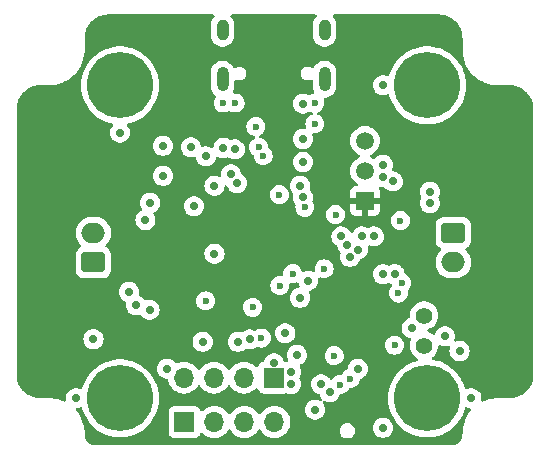
<source format=gbr>
%TF.GenerationSoftware,KiCad,Pcbnew,8.0.2*%
%TF.CreationDate,2024-07-19T14:35:33-04:00*%
%TF.ProjectId,StepperMotorDriver,53746570-7065-4724-9d6f-746f72447269,rev?*%
%TF.SameCoordinates,Original*%
%TF.FileFunction,Copper,L3,Inr*%
%TF.FilePolarity,Positive*%
%FSLAX46Y46*%
G04 Gerber Fmt 4.6, Leading zero omitted, Abs format (unit mm)*
G04 Created by KiCad (PCBNEW 8.0.2) date 2024-07-19 14:35:33*
%MOMM*%
%LPD*%
G01*
G04 APERTURE LIST*
G04 Aperture macros list*
%AMRoundRect*
0 Rectangle with rounded corners*
0 $1 Rounding radius*
0 $2 $3 $4 $5 $6 $7 $8 $9 X,Y pos of 4 corners*
0 Add a 4 corners polygon primitive as box body*
4,1,4,$2,$3,$4,$5,$6,$7,$8,$9,$2,$3,0*
0 Add four circle primitives for the rounded corners*
1,1,$1+$1,$2,$3*
1,1,$1+$1,$4,$5*
1,1,$1+$1,$6,$7*
1,1,$1+$1,$8,$9*
0 Add four rect primitives between the rounded corners*
20,1,$1+$1,$2,$3,$4,$5,0*
20,1,$1+$1,$4,$5,$6,$7,0*
20,1,$1+$1,$6,$7,$8,$9,0*
20,1,$1+$1,$8,$9,$2,$3,0*%
G04 Aperture macros list end*
%TA.AperFunction,ComponentPad*%
%ADD10C,1.400000*%
%TD*%
%TA.AperFunction,ComponentPad*%
%ADD11RoundRect,0.250000X-0.750000X0.600000X-0.750000X-0.600000X0.750000X-0.600000X0.750000X0.600000X0*%
%TD*%
%TA.AperFunction,ComponentPad*%
%ADD12O,2.000000X1.700000*%
%TD*%
%TA.AperFunction,ComponentPad*%
%ADD13C,5.600000*%
%TD*%
%TA.AperFunction,ComponentPad*%
%ADD14RoundRect,0.250000X0.750000X-0.600000X0.750000X0.600000X-0.750000X0.600000X-0.750000X-0.600000X0*%
%TD*%
%TA.AperFunction,ComponentPad*%
%ADD15R,1.500000X1.500000*%
%TD*%
%TA.AperFunction,ComponentPad*%
%ADD16C,1.500000*%
%TD*%
%TA.AperFunction,ComponentPad*%
%ADD17R,1.700000X1.700000*%
%TD*%
%TA.AperFunction,ComponentPad*%
%ADD18O,1.700000X1.700000*%
%TD*%
%TA.AperFunction,ComponentPad*%
%ADD19O,1.000000X2.100000*%
%TD*%
%TA.AperFunction,ComponentPad*%
%ADD20O,1.000000X1.800000*%
%TD*%
%TA.AperFunction,ViaPad*%
%ADD21C,0.600000*%
%TD*%
%TA.AperFunction,ViaPad*%
%ADD22C,0.700000*%
%TD*%
G04 APERTURE END LIST*
D10*
%TO.N,/CANL*%
%TO.C,JP1*%
X146750000Y-110000000D03*
%TO.N,Net-(JP1-B)*%
X146750000Y-112540000D03*
%TD*%
D11*
%TO.N,/CANH*%
%TO.C,J7*%
X149217500Y-103000000D03*
D12*
%TO.N,/CANL*%
X149217500Y-105500000D03*
%TD*%
D13*
%TO.N,GND*%
%TO.C,H3*%
X121000000Y-90500000D03*
%TD*%
%TO.N,GND*%
%TO.C,H4*%
X121000000Y-117000000D03*
%TD*%
%TO.N,GND*%
%TO.C,H2*%
X147000000Y-117000000D03*
%TD*%
D14*
%TO.N,/CANL*%
%TO.C,J1*%
X118750000Y-105500000D03*
D12*
%TO.N,/CANH*%
X118750000Y-103000000D03*
%TD*%
D13*
%TO.N,GND*%
%TO.C,H1*%
X147000000Y-90500000D03*
%TD*%
D15*
%TO.N,VCC*%
%TO.C,U5*%
X141750000Y-100290000D03*
D16*
%TO.N,GND*%
X141750000Y-97750000D03*
%TO.N,+3V3*%
X141750000Y-95210000D03*
%TD*%
D17*
%TO.N,/OB2*%
%TO.C,J4*%
X126460000Y-119000000D03*
D18*
%TO.N,/OB1*%
X129000000Y-119000000D03*
%TO.N,/OA1*%
X131540000Y-119000000D03*
%TO.N,/OA2*%
X134080000Y-119000000D03*
%TD*%
D19*
%TO.N,unconnected-(J5-SHIELD-PadS1)*%
%TO.C,J5*%
X138320000Y-90000000D03*
D20*
%TO.N,unconnected-(J5-SHIELD-PadS1)_2*%
X138320000Y-85820000D03*
D19*
%TO.N,unconnected-(J5-SHIELD-PadS1)_0*%
X129680000Y-90000000D03*
D20*
%TO.N,unconnected-(J5-SHIELD-PadS1)_1*%
X129680000Y-85820000D03*
%TD*%
D17*
%TO.N,+3V3*%
%TO.C,J6*%
X134040000Y-115250000D03*
D18*
%TO.N,/SWDIO*%
X131500000Y-115250000D03*
%TO.N,/SWDCLK*%
X128960000Y-115250000D03*
%TO.N,GND*%
X126420000Y-115250000D03*
%TD*%
D21*
%TO.N,GND*%
X129750000Y-92000000D03*
D22*
X123150002Y-101900000D03*
X124661894Y-98161894D03*
X136500000Y-92050000D03*
D21*
X137500000Y-92000000D03*
D22*
X141500000Y-103300000D03*
X122369975Y-109130025D03*
X136500000Y-97000000D03*
X140253920Y-104003920D03*
D21*
X130750000Y-92000000D03*
D22*
X143250000Y-97250000D03*
X131000000Y-112220000D03*
X131978553Y-112021447D03*
X123556191Y-100450000D03*
D21*
X132233771Y-109295565D03*
D22*
X139750000Y-103300000D03*
X121000000Y-94500000D03*
X144250000Y-106500000D03*
X135500000Y-114750000D03*
X123500000Y-109500000D03*
X128276844Y-96526844D03*
X143250000Y-98250000D03*
X147250000Y-99500000D03*
X129000000Y-104750000D03*
X150750000Y-117000000D03*
X121750000Y-108000000D03*
X147250000Y-100500000D03*
X142500000Y-103300000D03*
X125000000Y-114500000D03*
X118750000Y-112000000D03*
D21*
X132500000Y-94000000D03*
D22*
X136499831Y-99999059D03*
X117250000Y-117000000D03*
X149750000Y-113000000D03*
X143250000Y-119500000D03*
X136249999Y-108500000D03*
D21*
X137500000Y-93750000D03*
D22*
X144085070Y-98643932D03*
X143250000Y-90500000D03*
D21*
%TO.N,+3V3*%
X132980873Y-111900111D03*
D22*
X148499975Y-111749975D03*
X134040000Y-114040000D03*
X135500000Y-115800000D03*
X136250000Y-99000000D03*
X137519975Y-117969975D03*
X127250000Y-100750000D03*
X145699999Y-111060051D03*
X136500000Y-95050000D03*
X128000000Y-112220000D03*
%TO.N,VCC*%
X149500000Y-96750000D03*
X144539949Y-103299999D03*
X118500000Y-96750000D03*
X143500000Y-100250000D03*
%TO.N,/OB1*%
X138050000Y-115815543D03*
X140480806Y-105029324D03*
%TO.N,/OA2*%
X143250000Y-106500000D03*
X141124176Y-114514556D03*
D21*
%TO.N,/MOT_STBY*%
X144850000Y-107250000D03*
X138290379Y-106040381D03*
%TO.N,/MOT_DIR*%
X144750000Y-101950000D03*
X144577541Y-108091699D03*
D22*
%TO.N,/MOT_ENABLE*%
X128999360Y-99000000D03*
X135000000Y-111500000D03*
D21*
%TO.N,/MOT_DIAG*%
X139250000Y-101450000D03*
X139150000Y-113400000D03*
%TO.N,/MOT_MS1*%
X139625000Y-115850000D03*
X132750000Y-95750000D03*
D22*
%TO.N,/OA1*%
X141130295Y-104406295D03*
X138750000Y-116500000D03*
D21*
%TO.N,/MOT_MS2*%
X140490380Y-115340380D03*
X133127370Y-96455405D03*
D22*
%TO.N,/OB2*%
X136940379Y-107049570D03*
X135975001Y-113337146D03*
D21*
%TO.N,/MOT_UART_RX*%
X128250000Y-108750000D03*
X144250000Y-112500000D03*
%TO.N,/SWDCLK*%
X134500000Y-99750000D03*
%TO.N,/SWDIO*%
X136650000Y-100835691D03*
D22*
%TO.N,/BOOT0*%
X124630025Y-95630025D03*
X127000000Y-95750000D03*
%TO.N,/ESCL*%
X130711290Y-95931606D03*
X130900000Y-98795388D03*
%TO.N,/ESDA*%
X130400001Y-98047055D03*
X129759999Y-95820000D03*
D21*
%TO.N,/CAN_TX*%
X134540381Y-107459619D03*
%TO.N,/CAN_RX*%
X135625762Y-106455000D03*
%TD*%
%TA.AperFunction,Conductor*%
%TO.N,VCC*%
G36*
X137592755Y-84519685D02*
G01*
X137638510Y-84572489D01*
X137648454Y-84641647D01*
X137619429Y-84705203D01*
X137613397Y-84711681D01*
X137542863Y-84782214D01*
X137542860Y-84782218D01*
X137433371Y-84946079D01*
X137433364Y-84946092D01*
X137357950Y-85128160D01*
X137357947Y-85128170D01*
X137319500Y-85321456D01*
X137319500Y-85321459D01*
X137319500Y-86318541D01*
X137319500Y-86318543D01*
X137319499Y-86318543D01*
X137357947Y-86511829D01*
X137357950Y-86511839D01*
X137433364Y-86693907D01*
X137433371Y-86693920D01*
X137542860Y-86857781D01*
X137542863Y-86857785D01*
X137682214Y-86997136D01*
X137682218Y-86997139D01*
X137846079Y-87106628D01*
X137846092Y-87106635D01*
X138028160Y-87182049D01*
X138028165Y-87182051D01*
X138028169Y-87182051D01*
X138028170Y-87182052D01*
X138221456Y-87220500D01*
X138221459Y-87220500D01*
X138418543Y-87220500D01*
X138548582Y-87194632D01*
X138611835Y-87182051D01*
X138793914Y-87106632D01*
X138957782Y-86997139D01*
X139097139Y-86857782D01*
X139206632Y-86693914D01*
X139282051Y-86511835D01*
X139297512Y-86434108D01*
X139320500Y-86318543D01*
X139320500Y-85321456D01*
X139282052Y-85128170D01*
X139282051Y-85128169D01*
X139282051Y-85128165D01*
X139262424Y-85080781D01*
X139206635Y-84946092D01*
X139206628Y-84946079D01*
X139097139Y-84782218D01*
X139097136Y-84782214D01*
X139027103Y-84712181D01*
X138993618Y-84650858D01*
X138998602Y-84581166D01*
X139040474Y-84525233D01*
X139105938Y-84500816D01*
X139114784Y-84500500D01*
X147934108Y-84500500D01*
X147995933Y-84500500D01*
X148004043Y-84500765D01*
X148252895Y-84517075D01*
X148268953Y-84519190D01*
X148476105Y-84560395D01*
X148509535Y-84567045D01*
X148525202Y-84571243D01*
X148694947Y-84628863D01*
X148757481Y-84650091D01*
X148772458Y-84656294D01*
X148884772Y-84711681D01*
X148992460Y-84764787D01*
X149006508Y-84772897D01*
X149210464Y-84909177D01*
X149223325Y-84919045D01*
X149338040Y-85019648D01*
X149407749Y-85080781D01*
X149419218Y-85092250D01*
X149580951Y-85276671D01*
X149590825Y-85289539D01*
X149727102Y-85493492D01*
X149735212Y-85507539D01*
X149843702Y-85727534D01*
X149849909Y-85742520D01*
X149928756Y-85974797D01*
X149932954Y-85990464D01*
X149980807Y-86231035D01*
X149982925Y-86247116D01*
X149999235Y-86495956D01*
X149999500Y-86504066D01*
X149999500Y-87434108D01*
X149999500Y-87500000D01*
X149999500Y-87657250D01*
X150010741Y-87764199D01*
X150032375Y-87970031D01*
X150097760Y-88277647D01*
X150097761Y-88277649D01*
X150190594Y-88563364D01*
X150194947Y-88576759D01*
X150237735Y-88672861D01*
X150322866Y-88864068D01*
X150322869Y-88864075D01*
X150480112Y-89136428D01*
X150480115Y-89136433D01*
X150664967Y-89390860D01*
X150664974Y-89390869D01*
X150747384Y-89482394D01*
X150875414Y-89624586D01*
X150983755Y-89722136D01*
X151109130Y-89835025D01*
X151109139Y-89835032D01*
X151363566Y-90019884D01*
X151363571Y-90019887D01*
X151635924Y-90177130D01*
X151635928Y-90177131D01*
X151635932Y-90177134D01*
X151923241Y-90305053D01*
X152222348Y-90402238D01*
X152222351Y-90402238D01*
X152222352Y-90402239D01*
X152264737Y-90411248D01*
X152529974Y-90467626D01*
X152842750Y-90500500D01*
X152934108Y-90500500D01*
X153934108Y-90500500D01*
X153995933Y-90500500D01*
X154004043Y-90500765D01*
X154252895Y-90517075D01*
X154268953Y-90519190D01*
X154476105Y-90560395D01*
X154509535Y-90567045D01*
X154525202Y-90571243D01*
X154694947Y-90628863D01*
X154757481Y-90650091D01*
X154772458Y-90656294D01*
X154981799Y-90759529D01*
X154992460Y-90764787D01*
X155006508Y-90772897D01*
X155210464Y-90909177D01*
X155223328Y-90919048D01*
X155407749Y-91080781D01*
X155419218Y-91092250D01*
X155457170Y-91135526D01*
X155578793Y-91274211D01*
X155580951Y-91276671D01*
X155590824Y-91289537D01*
X155610935Y-91319636D01*
X155727102Y-91493492D01*
X155735212Y-91507539D01*
X155843702Y-91727534D01*
X155849909Y-91742520D01*
X155928756Y-91974797D01*
X155932954Y-91990464D01*
X155980807Y-92231035D01*
X155982925Y-92247116D01*
X155999235Y-92495956D01*
X155999500Y-92504066D01*
X155999500Y-114995933D01*
X155999235Y-115004043D01*
X155982925Y-115252883D01*
X155980807Y-115268964D01*
X155932954Y-115509535D01*
X155928756Y-115525202D01*
X155849909Y-115757479D01*
X155843702Y-115772465D01*
X155735212Y-115992460D01*
X155727102Y-116006507D01*
X155590825Y-116210460D01*
X155580951Y-116223328D01*
X155419218Y-116407749D01*
X155407749Y-116419218D01*
X155223328Y-116580951D01*
X155210460Y-116590825D01*
X155006507Y-116727102D01*
X154992460Y-116735212D01*
X154772465Y-116843702D01*
X154757479Y-116849909D01*
X154525202Y-116928756D01*
X154509535Y-116932954D01*
X154268964Y-116980807D01*
X154252883Y-116982925D01*
X154004043Y-116999235D01*
X153995933Y-116999500D01*
X153065892Y-116999500D01*
X153000000Y-116999500D01*
X152842750Y-116999500D01*
X152529974Y-117032374D01*
X152529970Y-117032374D01*
X152529968Y-117032375D01*
X152222352Y-117097760D01*
X152222350Y-117097761D01*
X151923248Y-117194944D01*
X151764280Y-117265721D01*
X151695030Y-117275005D01*
X151631754Y-117245376D01*
X151594541Y-117186241D01*
X151590524Y-117139484D01*
X151605185Y-117000000D01*
X151586497Y-116822197D01*
X151554104Y-116722501D01*
X151531252Y-116652170D01*
X151531249Y-116652164D01*
X151530887Y-116651537D01*
X151441859Y-116497335D01*
X151386201Y-116435521D01*
X151322235Y-116364478D01*
X151322232Y-116364476D01*
X151322231Y-116364475D01*
X151322230Y-116364474D01*
X151177593Y-116259388D01*
X151014267Y-116186671D01*
X151014265Y-116186670D01*
X150862815Y-116154479D01*
X150839391Y-116149500D01*
X150660609Y-116149500D01*
X150637185Y-116154479D01*
X150485733Y-116186670D01*
X150485732Y-116186670D01*
X150362449Y-116241560D01*
X150293199Y-116250844D01*
X150229923Y-116221215D01*
X150192710Y-116162080D01*
X150192534Y-116161453D01*
X150132327Y-115944607D01*
X150132325Y-115944600D01*
X150108587Y-115885023D01*
X150040312Y-115713664D01*
X149999857Y-115612129D01*
X149999848Y-115612111D01*
X149985690Y-115585407D01*
X149884990Y-115395467D01*
X149832215Y-115295922D01*
X149832213Y-115295919D01*
X149832211Y-115295915D01*
X149631365Y-114999689D01*
X149631361Y-114999684D01*
X149631358Y-114999680D01*
X149399668Y-114726914D01*
X149139837Y-114480789D01*
X149139830Y-114480783D01*
X149139827Y-114480781D01*
X149036409Y-114402165D01*
X148854919Y-114264200D01*
X148548253Y-114079685D01*
X148548252Y-114079684D01*
X148548248Y-114079682D01*
X148548244Y-114079680D01*
X148223447Y-113929414D01*
X148223441Y-113929411D01*
X148223435Y-113929409D01*
X148053854Y-113872270D01*
X147884273Y-113815131D01*
X147534746Y-113738195D01*
X147519247Y-113736509D01*
X147454729Y-113709689D01*
X147414953Y-113652247D01*
X147412548Y-113582419D01*
X147448276Y-113522375D01*
X147467380Y-113507808D01*
X147476562Y-113502124D01*
X147588583Y-113400003D01*
X147640979Y-113352238D01*
X147680890Y-113299388D01*
X147775058Y-113174689D01*
X147874229Y-112975528D01*
X147935115Y-112761536D01*
X147948712Y-112614789D01*
X147974498Y-112549855D01*
X148031298Y-112509167D01*
X148101079Y-112505647D01*
X148122614Y-112512951D01*
X148235708Y-112563304D01*
X148410584Y-112600475D01*
X148410585Y-112600475D01*
X148589364Y-112600475D01*
X148589366Y-112600475D01*
X148764242Y-112563304D01*
X148782662Y-112555102D01*
X148851911Y-112545816D01*
X148915188Y-112575443D01*
X148952403Y-112634578D01*
X148951739Y-112704444D01*
X148951030Y-112706699D01*
X148913504Y-112822192D01*
X148913503Y-112822194D01*
X148894815Y-113000000D01*
X148913503Y-113177805D01*
X148913504Y-113177807D01*
X148968747Y-113347829D01*
X148968750Y-113347835D01*
X149058141Y-113502665D01*
X149075888Y-113522375D01*
X149177764Y-113635521D01*
X149177767Y-113635523D01*
X149177770Y-113635526D01*
X149322407Y-113740612D01*
X149485733Y-113813329D01*
X149660609Y-113850500D01*
X149660610Y-113850500D01*
X149839389Y-113850500D01*
X149839391Y-113850500D01*
X150014267Y-113813329D01*
X150177593Y-113740612D01*
X150322230Y-113635526D01*
X150441859Y-113502665D01*
X150531250Y-113347835D01*
X150586497Y-113177803D01*
X150605185Y-113000000D01*
X150586497Y-112822197D01*
X150542075Y-112685480D01*
X150531252Y-112652170D01*
X150531249Y-112652164D01*
X150521643Y-112635526D01*
X150441859Y-112497335D01*
X150356355Y-112402373D01*
X150322235Y-112364478D01*
X150322232Y-112364476D01*
X150322231Y-112364475D01*
X150322230Y-112364474D01*
X150177593Y-112259388D01*
X150014267Y-112186671D01*
X150014265Y-112186670D01*
X149886594Y-112159533D01*
X149839391Y-112149500D01*
X149660609Y-112149500D01*
X149629954Y-112156015D01*
X149485733Y-112186670D01*
X149485728Y-112186672D01*
X149467309Y-112194873D01*
X149398059Y-112204157D01*
X149334783Y-112174528D01*
X149297570Y-112115392D01*
X149298236Y-112045526D01*
X149298917Y-112043359D01*
X149336472Y-111927778D01*
X149355160Y-111749975D01*
X149336472Y-111572172D01*
X149295437Y-111445880D01*
X149281227Y-111402145D01*
X149281224Y-111402139D01*
X149191834Y-111247310D01*
X149137233Y-111186670D01*
X149072210Y-111114453D01*
X149072207Y-111114451D01*
X149072206Y-111114450D01*
X149072205Y-111114449D01*
X148927568Y-111009363D01*
X148764242Y-110936646D01*
X148764240Y-110936645D01*
X148636569Y-110909508D01*
X148589366Y-110899475D01*
X148410584Y-110899475D01*
X148379929Y-110905990D01*
X148235708Y-110936645D01*
X148235703Y-110936647D01*
X148072383Y-111009362D01*
X147927743Y-111114450D01*
X147808115Y-111247311D01*
X147718725Y-111402139D01*
X147718722Y-111402146D01*
X147678739Y-111525202D01*
X147639301Y-111582878D01*
X147574943Y-111610076D01*
X147506096Y-111598161D01*
X147481222Y-111581215D01*
X147481136Y-111581330D01*
X147478779Y-111579550D01*
X147477272Y-111578523D01*
X147476562Y-111577876D01*
X147476559Y-111577874D01*
X147476558Y-111577873D01*
X147287404Y-111460754D01*
X147287395Y-111460750D01*
X147193956Y-111424552D01*
X147093475Y-111385625D01*
X147038075Y-111343054D01*
X147014484Y-111277288D01*
X147030195Y-111209207D01*
X147080219Y-111160428D01*
X147093466Y-111154377D01*
X147287401Y-111079247D01*
X147476562Y-110962124D01*
X147640981Y-110812236D01*
X147775058Y-110634689D01*
X147874229Y-110435528D01*
X147935115Y-110221536D01*
X147955643Y-110000000D01*
X147935115Y-109778464D01*
X147874229Y-109564472D01*
X147869794Y-109555565D01*
X147775061Y-109365316D01*
X147775056Y-109365308D01*
X147640979Y-109187761D01*
X147476562Y-109037876D01*
X147476560Y-109037874D01*
X147287404Y-108920754D01*
X147287398Y-108920752D01*
X147079940Y-108840382D01*
X146861243Y-108799500D01*
X146638757Y-108799500D01*
X146420060Y-108840382D01*
X146325363Y-108877068D01*
X146212601Y-108920752D01*
X146212595Y-108920754D01*
X146023439Y-109037874D01*
X146023437Y-109037876D01*
X145859020Y-109187761D01*
X145724943Y-109365308D01*
X145724938Y-109365316D01*
X145625775Y-109564461D01*
X145625769Y-109564476D01*
X145564885Y-109778462D01*
X145564884Y-109778464D01*
X145544357Y-109999999D01*
X145544357Y-110000001D01*
X145554504Y-110109509D01*
X145541089Y-110178079D01*
X145492732Y-110228511D01*
X145456817Y-110242240D01*
X145445660Y-110244611D01*
X145435732Y-110246722D01*
X145435731Y-110246722D01*
X145435728Y-110246723D01*
X145435727Y-110246723D01*
X145272407Y-110319438D01*
X145127767Y-110424526D01*
X145008139Y-110557387D01*
X144918749Y-110712215D01*
X144918746Y-110712221D01*
X144863503Y-110882243D01*
X144863502Y-110882245D01*
X144844814Y-111060051D01*
X144863502Y-111237856D01*
X144863503Y-111237858D01*
X144918746Y-111407880D01*
X144918749Y-111407886D01*
X145008140Y-111562716D01*
X145026294Y-111582878D01*
X145127763Y-111695572D01*
X145127766Y-111695574D01*
X145127769Y-111695577D01*
X145272406Y-111800663D01*
X145435732Y-111873380D01*
X145555078Y-111898747D01*
X145616555Y-111931938D01*
X145650332Y-111993100D01*
X145645680Y-112062815D01*
X145640296Y-112075300D01*
X145629088Y-112097810D01*
X145625770Y-112104474D01*
X145625769Y-112104476D01*
X145564885Y-112318462D01*
X145564884Y-112318464D01*
X145544357Y-112539999D01*
X145544357Y-112540000D01*
X145564884Y-112761535D01*
X145564885Y-112761537D01*
X145625769Y-112975523D01*
X145625775Y-112975538D01*
X145724938Y-113174683D01*
X145724943Y-113174691D01*
X145859020Y-113352238D01*
X146023437Y-113502123D01*
X146023439Y-113502125D01*
X146160810Y-113587181D01*
X146207446Y-113639209D01*
X146218550Y-113708190D01*
X146190597Y-113772225D01*
X146132462Y-113810981D01*
X146122192Y-113813708D01*
X146115729Y-113815130D01*
X145860656Y-113901075D01*
X145776565Y-113929409D01*
X145776563Y-113929410D01*
X145776552Y-113929414D01*
X145451755Y-114079680D01*
X145451751Y-114079682D01*
X145276099Y-114185369D01*
X145145081Y-114264200D01*
X145068794Y-114322192D01*
X144860172Y-114480781D01*
X144860163Y-114480789D01*
X144600331Y-114726914D01*
X144368641Y-114999680D01*
X144368634Y-114999690D01*
X144167790Y-115295913D01*
X144167784Y-115295922D01*
X144000151Y-115612111D01*
X144000142Y-115612129D01*
X143867674Y-115944600D01*
X143867672Y-115944607D01*
X143771932Y-116289434D01*
X143771926Y-116289460D01*
X143714029Y-116642614D01*
X143714028Y-116642627D01*
X143714028Y-116642629D01*
X143709448Y-116727102D01*
X143695607Y-116982394D01*
X143694652Y-117000000D01*
X143713655Y-117350500D01*
X143714028Y-117357368D01*
X143714029Y-117357385D01*
X143771926Y-117710539D01*
X143771932Y-117710565D01*
X143867672Y-118055392D01*
X143867674Y-118055399D01*
X144000142Y-118387870D01*
X144000151Y-118387888D01*
X144167784Y-118704077D01*
X144167787Y-118704082D01*
X144167789Y-118704085D01*
X144368423Y-118999999D01*
X144368634Y-119000309D01*
X144368641Y-119000319D01*
X144515775Y-119173538D01*
X144600332Y-119273086D01*
X144860163Y-119519211D01*
X144860170Y-119519216D01*
X144860172Y-119519218D01*
X144874321Y-119529974D01*
X145145081Y-119735800D01*
X145451747Y-119920315D01*
X145451749Y-119920316D01*
X145451751Y-119920317D01*
X145451755Y-119920319D01*
X145635669Y-120005406D01*
X145776565Y-120070591D01*
X146115726Y-120184868D01*
X146465254Y-120261805D01*
X146821052Y-120300500D01*
X146821058Y-120300500D01*
X147178942Y-120300500D01*
X147178948Y-120300500D01*
X147534746Y-120261805D01*
X147884274Y-120184868D01*
X148223435Y-120070591D01*
X148548253Y-119920315D01*
X148854919Y-119735800D01*
X149139837Y-119519211D01*
X149399668Y-119273086D01*
X149631365Y-119000311D01*
X149832211Y-118704085D01*
X149999853Y-118387880D01*
X150132324Y-118055403D01*
X150169889Y-117920106D01*
X150192534Y-117838546D01*
X150229436Y-117779216D01*
X150292555Y-117749255D01*
X150361853Y-117758176D01*
X150362260Y-117758355D01*
X150485733Y-117813329D01*
X150485735Y-117813329D01*
X150485736Y-117813330D01*
X150545190Y-117825967D01*
X150649655Y-117848171D01*
X150711136Y-117881363D01*
X150744913Y-117942526D01*
X150740261Y-118012240D01*
X150716025Y-118052432D01*
X150664974Y-118109130D01*
X150664967Y-118109139D01*
X150480115Y-118363566D01*
X150480112Y-118363571D01*
X150322869Y-118635924D01*
X150322866Y-118635931D01*
X150194944Y-118923248D01*
X150097761Y-119222350D01*
X150097760Y-119222352D01*
X150034660Y-119519218D01*
X150032374Y-119529974D01*
X150002515Y-119814071D01*
X149999500Y-119842754D01*
X149999500Y-119994598D01*
X149999028Y-120005406D01*
X149985261Y-120162754D01*
X149981508Y-120184039D01*
X149942031Y-120331370D01*
X149934638Y-120351682D01*
X149870178Y-120489916D01*
X149859371Y-120508634D01*
X149771881Y-120633583D01*
X149757987Y-120650141D01*
X149650141Y-120757987D01*
X149633583Y-120771881D01*
X149508634Y-120859371D01*
X149489916Y-120870178D01*
X149351682Y-120934638D01*
X149331370Y-120942031D01*
X149184039Y-120981508D01*
X149162754Y-120985261D01*
X149008494Y-120998757D01*
X149005476Y-120999022D01*
X149005407Y-120999028D01*
X148994599Y-120999500D01*
X119005452Y-120999500D01*
X118994573Y-120999022D01*
X118832545Y-120984751D01*
X118811120Y-120980947D01*
X118659369Y-120939999D01*
X118638939Y-120932509D01*
X118496681Y-120865664D01*
X118477875Y-120854718D01*
X118349491Y-120764035D01*
X118332889Y-120749971D01*
X118222332Y-120638242D01*
X118208443Y-120621491D01*
X118119122Y-120492160D01*
X118108375Y-120473240D01*
X118043035Y-120330284D01*
X118035761Y-120309777D01*
X118004448Y-120188667D01*
X118000500Y-120157627D01*
X118000500Y-119842754D01*
X118000500Y-119842750D01*
X117967626Y-119529974D01*
X117913023Y-119273086D01*
X117902239Y-119222352D01*
X117902238Y-119222350D01*
X117902238Y-119222348D01*
X117805053Y-118923241D01*
X117677134Y-118635932D01*
X117677131Y-118635928D01*
X117677130Y-118635924D01*
X117519887Y-118363571D01*
X117519884Y-118363566D01*
X117335032Y-118109139D01*
X117335024Y-118109130D01*
X117283975Y-118052433D01*
X117253745Y-117989441D01*
X117262371Y-117920106D01*
X117307112Y-117866440D01*
X117350341Y-117848172D01*
X117483870Y-117819790D01*
X117514263Y-117813330D01*
X117514263Y-117813329D01*
X117514267Y-117813329D01*
X117637551Y-117758439D01*
X117706799Y-117749155D01*
X117770076Y-117778783D01*
X117807289Y-117837918D01*
X117807465Y-117838545D01*
X117867673Y-118055397D01*
X117867674Y-118055399D01*
X118000142Y-118387870D01*
X118000151Y-118387888D01*
X118167784Y-118704077D01*
X118167787Y-118704082D01*
X118167789Y-118704085D01*
X118368423Y-118999999D01*
X118368634Y-119000309D01*
X118368641Y-119000319D01*
X118515775Y-119173538D01*
X118600332Y-119273086D01*
X118860163Y-119519211D01*
X118860170Y-119519216D01*
X118860172Y-119519218D01*
X118874321Y-119529974D01*
X119145081Y-119735800D01*
X119451747Y-119920315D01*
X119451749Y-119920316D01*
X119451751Y-119920317D01*
X119451755Y-119920319D01*
X119635669Y-120005406D01*
X119776565Y-120070591D01*
X120115726Y-120184868D01*
X120465254Y-120261805D01*
X120821052Y-120300500D01*
X120821058Y-120300500D01*
X121178942Y-120300500D01*
X121178948Y-120300500D01*
X121534746Y-120261805D01*
X121884274Y-120184868D01*
X122223435Y-120070591D01*
X122548253Y-119920315D01*
X122854919Y-119735800D01*
X123139837Y-119519211D01*
X123399668Y-119273086D01*
X123631365Y-119000311D01*
X123832211Y-118704085D01*
X123999853Y-118387880D01*
X124113704Y-118102135D01*
X125109500Y-118102135D01*
X125109500Y-119897870D01*
X125109501Y-119897876D01*
X125115908Y-119957483D01*
X125166202Y-120092328D01*
X125166206Y-120092335D01*
X125252452Y-120207544D01*
X125252455Y-120207547D01*
X125367664Y-120293793D01*
X125367671Y-120293797D01*
X125502517Y-120344091D01*
X125502516Y-120344091D01*
X125509444Y-120344835D01*
X125562127Y-120350500D01*
X127357872Y-120350499D01*
X127417483Y-120344091D01*
X127552331Y-120293796D01*
X127667546Y-120207546D01*
X127753796Y-120092331D01*
X127802810Y-119960916D01*
X127844681Y-119904984D01*
X127910145Y-119880566D01*
X127978418Y-119895417D01*
X128006673Y-119916569D01*
X128128599Y-120038495D01*
X128225384Y-120106265D01*
X128322165Y-120174032D01*
X128322167Y-120174033D01*
X128322170Y-120174035D01*
X128536337Y-120273903D01*
X128764592Y-120335063D01*
X128941034Y-120350500D01*
X128999999Y-120355659D01*
X129000000Y-120355659D01*
X129000001Y-120355659D01*
X129058966Y-120350500D01*
X129235408Y-120335063D01*
X129463663Y-120273903D01*
X129677830Y-120174035D01*
X129871401Y-120038495D01*
X130038495Y-119871401D01*
X130168425Y-119685842D01*
X130223002Y-119642217D01*
X130292500Y-119635023D01*
X130354855Y-119666546D01*
X130371575Y-119685842D01*
X130501500Y-119871395D01*
X130501505Y-119871401D01*
X130668599Y-120038495D01*
X130765384Y-120106265D01*
X130862165Y-120174032D01*
X130862167Y-120174033D01*
X130862170Y-120174035D01*
X131076337Y-120273903D01*
X131304592Y-120335063D01*
X131481034Y-120350500D01*
X131539999Y-120355659D01*
X131540000Y-120355659D01*
X131540001Y-120355659D01*
X131598966Y-120350500D01*
X131775408Y-120335063D01*
X132003663Y-120273903D01*
X132217830Y-120174035D01*
X132411401Y-120038495D01*
X132578495Y-119871401D01*
X132708425Y-119685842D01*
X132763002Y-119642217D01*
X132832500Y-119635023D01*
X132894855Y-119666546D01*
X132911575Y-119685842D01*
X133041500Y-119871395D01*
X133041505Y-119871401D01*
X133208599Y-120038495D01*
X133305384Y-120106265D01*
X133402165Y-120174032D01*
X133402167Y-120174033D01*
X133402170Y-120174035D01*
X133616337Y-120273903D01*
X133844592Y-120335063D01*
X134021034Y-120350500D01*
X134079999Y-120355659D01*
X134080000Y-120355659D01*
X134080001Y-120355659D01*
X134138966Y-120350500D01*
X134315408Y-120335063D01*
X134543663Y-120273903D01*
X134757830Y-120174035D01*
X134951401Y-120038495D01*
X135118495Y-119871401D01*
X135158638Y-119814071D01*
X139599499Y-119814071D01*
X139624497Y-119939738D01*
X139624499Y-119939744D01*
X139673533Y-120058124D01*
X139673538Y-120058133D01*
X139744723Y-120164668D01*
X139744726Y-120164672D01*
X139835327Y-120255273D01*
X139835331Y-120255276D01*
X139941866Y-120326461D01*
X139941875Y-120326466D01*
X139962630Y-120335063D01*
X140060256Y-120375501D01*
X140060260Y-120375501D01*
X140060261Y-120375502D01*
X140185928Y-120400500D01*
X140185931Y-120400500D01*
X140314071Y-120400500D01*
X140398615Y-120383682D01*
X140439744Y-120375501D01*
X140558127Y-120326465D01*
X140664669Y-120255276D01*
X140755276Y-120164669D01*
X140826465Y-120058127D01*
X140875501Y-119939744D01*
X140887273Y-119880566D01*
X140900500Y-119814071D01*
X140900500Y-119685928D01*
X140875502Y-119560261D01*
X140875501Y-119560260D01*
X140875501Y-119560256D01*
X140850542Y-119500000D01*
X142394815Y-119500000D01*
X142413503Y-119677805D01*
X142413504Y-119677807D01*
X142468747Y-119847829D01*
X142468750Y-119847835D01*
X142558141Y-120002665D01*
X142590401Y-120038493D01*
X142677764Y-120135521D01*
X142677767Y-120135523D01*
X142677770Y-120135526D01*
X142822407Y-120240612D01*
X142985733Y-120313329D01*
X143160609Y-120350500D01*
X143160610Y-120350500D01*
X143339389Y-120350500D01*
X143339391Y-120350500D01*
X143514267Y-120313329D01*
X143677593Y-120240612D01*
X143822230Y-120135526D01*
X143826197Y-120131121D01*
X143861126Y-120092328D01*
X143941859Y-120002665D01*
X144031250Y-119847835D01*
X144086497Y-119677803D01*
X144105185Y-119500000D01*
X144086497Y-119322197D01*
X144031250Y-119152165D01*
X143941859Y-118997335D01*
X143875151Y-118923248D01*
X143822235Y-118864478D01*
X143822232Y-118864476D01*
X143822231Y-118864475D01*
X143822230Y-118864474D01*
X143677593Y-118759388D01*
X143514267Y-118686671D01*
X143514265Y-118686670D01*
X143386594Y-118659533D01*
X143339391Y-118649500D01*
X143160609Y-118649500D01*
X143129954Y-118656015D01*
X142985733Y-118686670D01*
X142985728Y-118686672D01*
X142822408Y-118759387D01*
X142677768Y-118864475D01*
X142558140Y-118997336D01*
X142468750Y-119152164D01*
X142468747Y-119152170D01*
X142413504Y-119322192D01*
X142413503Y-119322194D01*
X142394815Y-119500000D01*
X140850542Y-119500000D01*
X140826465Y-119441873D01*
X140826464Y-119441872D01*
X140826461Y-119441866D01*
X140755276Y-119335331D01*
X140755273Y-119335327D01*
X140664672Y-119244726D01*
X140664668Y-119244723D01*
X140558133Y-119173538D01*
X140558124Y-119173533D01*
X140439744Y-119124499D01*
X140439738Y-119124497D01*
X140314071Y-119099500D01*
X140314069Y-119099500D01*
X140185931Y-119099500D01*
X140185929Y-119099500D01*
X140060261Y-119124497D01*
X140060255Y-119124499D01*
X139941875Y-119173533D01*
X139941866Y-119173538D01*
X139835331Y-119244723D01*
X139835327Y-119244726D01*
X139744726Y-119335327D01*
X139744723Y-119335331D01*
X139673538Y-119441866D01*
X139673533Y-119441875D01*
X139624499Y-119560255D01*
X139624497Y-119560261D01*
X139599500Y-119685928D01*
X139599500Y-119685931D01*
X139599500Y-119814069D01*
X139599500Y-119814071D01*
X139599499Y-119814071D01*
X135158638Y-119814071D01*
X135254035Y-119677830D01*
X135353903Y-119463663D01*
X135415063Y-119235408D01*
X135435659Y-119000000D01*
X135415063Y-118764592D01*
X135353903Y-118536337D01*
X135254035Y-118322171D01*
X135250982Y-118317810D01*
X135118494Y-118128597D01*
X134959871Y-117969975D01*
X136664790Y-117969975D01*
X136683478Y-118147780D01*
X136683479Y-118147782D01*
X136738722Y-118317804D01*
X136738725Y-118317810D01*
X136828116Y-118472640D01*
X136869787Y-118518921D01*
X136947739Y-118605496D01*
X136947742Y-118605498D01*
X136947745Y-118605501D01*
X137092382Y-118710587D01*
X137255708Y-118783304D01*
X137430584Y-118820475D01*
X137430585Y-118820475D01*
X137609364Y-118820475D01*
X137609366Y-118820475D01*
X137784242Y-118783304D01*
X137947568Y-118710587D01*
X138092205Y-118605501D01*
X138211834Y-118472640D01*
X138301225Y-118317810D01*
X138356472Y-118147778D01*
X138375160Y-117969975D01*
X138356472Y-117792172D01*
X138315131Y-117664937D01*
X138301227Y-117622145D01*
X138301224Y-117622139D01*
X138242188Y-117519885D01*
X138211834Y-117467310D01*
X138187496Y-117440280D01*
X138157266Y-117377289D01*
X138165891Y-117307953D01*
X138210633Y-117254288D01*
X138277285Y-117233330D01*
X138330078Y-117244027D01*
X138485733Y-117313329D01*
X138660609Y-117350500D01*
X138660610Y-117350500D01*
X138839389Y-117350500D01*
X138839391Y-117350500D01*
X139014267Y-117313329D01*
X139177593Y-117240612D01*
X139322230Y-117135526D01*
X139332081Y-117124586D01*
X139360803Y-117092686D01*
X139441859Y-117002665D01*
X139531250Y-116847835D01*
X139567853Y-116735182D01*
X139607289Y-116677508D01*
X139671646Y-116650309D01*
X139671744Y-116650298D01*
X139671900Y-116650281D01*
X139804249Y-116635369D01*
X139804252Y-116635368D01*
X139804255Y-116635368D01*
X139974522Y-116575789D01*
X140127262Y-116479816D01*
X140254816Y-116352262D01*
X140350005Y-116200768D01*
X140402339Y-116154479D01*
X140468882Y-116143522D01*
X140490380Y-116145945D01*
X140610731Y-116132384D01*
X140669629Y-116125749D01*
X140669632Y-116125748D01*
X140669635Y-116125748D01*
X140839902Y-116066169D01*
X140992642Y-115970196D01*
X141120196Y-115842642D01*
X141216169Y-115689902D01*
X141275748Y-115519635D01*
X141285109Y-115436541D01*
X141312174Y-115372131D01*
X141369768Y-115332575D01*
X141382543Y-115329138D01*
X141388443Y-115327885D01*
X141551769Y-115255168D01*
X141696406Y-115150082D01*
X141709513Y-115135526D01*
X141722324Y-115121297D01*
X141816035Y-115017221D01*
X141905426Y-114862391D01*
X141960673Y-114692359D01*
X141979361Y-114514556D01*
X141960673Y-114336753D01*
X141911485Y-114185368D01*
X141905428Y-114166726D01*
X141905425Y-114166720D01*
X141816035Y-114011891D01*
X141749707Y-113938226D01*
X141696411Y-113879034D01*
X141696408Y-113879032D01*
X141696407Y-113879031D01*
X141696406Y-113879030D01*
X141551769Y-113773944D01*
X141388443Y-113701227D01*
X141388441Y-113701226D01*
X141260770Y-113674089D01*
X141213567Y-113664056D01*
X141034785Y-113664056D01*
X141004130Y-113670571D01*
X140859909Y-113701226D01*
X140859904Y-113701228D01*
X140696584Y-113773943D01*
X140551944Y-113879031D01*
X140432316Y-114011892D01*
X140342926Y-114166720D01*
X140342923Y-114166726D01*
X140287680Y-114336748D01*
X140287679Y-114336750D01*
X140271180Y-114493731D01*
X140244595Y-114558346D01*
X140188815Y-114597810D01*
X140140856Y-114614591D01*
X140140855Y-114614592D01*
X139988117Y-114710564D01*
X139860564Y-114838117D01*
X139765376Y-114989609D01*
X139713041Y-115035900D01*
X139646498Y-115046857D01*
X139625003Y-115044435D01*
X139624996Y-115044435D01*
X139445750Y-115064630D01*
X139445745Y-115064631D01*
X139275476Y-115124211D01*
X139122737Y-115220184D01*
X138995184Y-115347737D01*
X138995183Y-115347739D01*
X138983138Y-115366908D01*
X138930802Y-115413197D01*
X138861749Y-115423844D01*
X138797901Y-115395467D01*
X138770759Y-115362934D01*
X138750523Y-115327885D01*
X138741859Y-115312878D01*
X138726584Y-115295913D01*
X138622235Y-115180021D01*
X138622232Y-115180019D01*
X138622231Y-115180018D01*
X138622230Y-115180017D01*
X138477593Y-115074931D01*
X138314267Y-115002214D01*
X138314265Y-115002213D01*
X138186594Y-114975076D01*
X138139391Y-114965043D01*
X137960609Y-114965043D01*
X137929954Y-114971558D01*
X137785733Y-115002213D01*
X137785728Y-115002215D01*
X137622408Y-115074930D01*
X137477768Y-115180018D01*
X137358140Y-115312879D01*
X137268750Y-115467707D01*
X137268747Y-115467713D01*
X137213504Y-115637735D01*
X137213503Y-115637737D01*
X137194815Y-115815543D01*
X137213503Y-115993348D01*
X137213504Y-115993350D01*
X137268747Y-116163372D01*
X137268750Y-116163378D01*
X137358141Y-116318208D01*
X137399434Y-116364068D01*
X137477764Y-116451064D01*
X137477767Y-116451066D01*
X137477770Y-116451069D01*
X137622407Y-116556155D01*
X137785733Y-116628872D01*
X137835878Y-116639530D01*
X137897356Y-116672720D01*
X137928026Y-116722501D01*
X137968747Y-116847828D01*
X137968750Y-116847835D01*
X138058141Y-117002665D01*
X138079632Y-117026534D01*
X138082478Y-117029694D01*
X138112708Y-117092686D01*
X138104083Y-117162021D01*
X138059341Y-117215686D01*
X137992689Y-117236644D01*
X137939893Y-117225946D01*
X137784242Y-117156646D01*
X137784240Y-117156645D01*
X137633411Y-117124586D01*
X137609366Y-117119475D01*
X137430584Y-117119475D01*
X137406539Y-117124586D01*
X137255708Y-117156645D01*
X137255703Y-117156647D01*
X137092383Y-117229362D01*
X136947743Y-117334450D01*
X136828115Y-117467311D01*
X136738725Y-117622139D01*
X136738722Y-117622145D01*
X136683479Y-117792167D01*
X136683478Y-117792169D01*
X136664790Y-117969975D01*
X134959871Y-117969975D01*
X134951402Y-117961506D01*
X134951395Y-117961501D01*
X134757834Y-117825967D01*
X134757830Y-117825965D01*
X134712984Y-117805053D01*
X134543663Y-117726097D01*
X134543659Y-117726096D01*
X134543655Y-117726094D01*
X134315413Y-117664938D01*
X134315403Y-117664936D01*
X134080001Y-117644341D01*
X134079999Y-117644341D01*
X133844596Y-117664936D01*
X133844586Y-117664938D01*
X133616344Y-117726094D01*
X133616335Y-117726098D01*
X133402171Y-117825964D01*
X133402169Y-117825965D01*
X133208597Y-117961505D01*
X133041505Y-118128597D01*
X132911575Y-118314158D01*
X132856998Y-118357783D01*
X132787500Y-118364977D01*
X132725145Y-118333454D01*
X132708425Y-118314158D01*
X132578494Y-118128597D01*
X132411402Y-117961506D01*
X132411395Y-117961501D01*
X132217834Y-117825967D01*
X132217830Y-117825965D01*
X132172984Y-117805053D01*
X132003663Y-117726097D01*
X132003659Y-117726096D01*
X132003655Y-117726094D01*
X131775413Y-117664938D01*
X131775403Y-117664936D01*
X131540001Y-117644341D01*
X131539999Y-117644341D01*
X131304596Y-117664936D01*
X131304586Y-117664938D01*
X131076344Y-117726094D01*
X131076335Y-117726098D01*
X130862171Y-117825964D01*
X130862169Y-117825965D01*
X130668597Y-117961505D01*
X130501505Y-118128597D01*
X130371575Y-118314158D01*
X130316998Y-118357783D01*
X130247500Y-118364977D01*
X130185145Y-118333454D01*
X130168425Y-118314158D01*
X130038494Y-118128597D01*
X129871402Y-117961506D01*
X129871395Y-117961501D01*
X129677834Y-117825967D01*
X129677830Y-117825965D01*
X129632984Y-117805053D01*
X129463663Y-117726097D01*
X129463659Y-117726096D01*
X129463655Y-117726094D01*
X129235413Y-117664938D01*
X129235403Y-117664936D01*
X129000001Y-117644341D01*
X128999999Y-117644341D01*
X128764596Y-117664936D01*
X128764586Y-117664938D01*
X128536344Y-117726094D01*
X128536335Y-117726098D01*
X128322171Y-117825964D01*
X128322169Y-117825965D01*
X128128600Y-117961503D01*
X128006673Y-118083430D01*
X127945350Y-118116914D01*
X127875658Y-118111930D01*
X127819725Y-118070058D01*
X127802810Y-118039081D01*
X127753797Y-117907671D01*
X127753793Y-117907664D01*
X127667547Y-117792455D01*
X127667544Y-117792452D01*
X127552335Y-117706206D01*
X127552328Y-117706202D01*
X127417482Y-117655908D01*
X127417483Y-117655908D01*
X127357883Y-117649501D01*
X127357881Y-117649500D01*
X127357873Y-117649500D01*
X127357864Y-117649500D01*
X125562129Y-117649500D01*
X125562123Y-117649501D01*
X125502516Y-117655908D01*
X125367671Y-117706202D01*
X125367664Y-117706206D01*
X125252455Y-117792452D01*
X125252452Y-117792455D01*
X125166206Y-117907664D01*
X125166202Y-117907671D01*
X125115908Y-118042517D01*
X125109501Y-118102116D01*
X125109500Y-118102135D01*
X124113704Y-118102135D01*
X124132324Y-118055403D01*
X124228071Y-117710552D01*
X124267948Y-117467311D01*
X124285970Y-117357385D01*
X124285970Y-117357382D01*
X124285972Y-117357371D01*
X124305348Y-117000000D01*
X124304393Y-116982394D01*
X124297098Y-116847835D01*
X124285972Y-116642629D01*
X124284956Y-116636432D01*
X124228073Y-116289460D01*
X124228072Y-116289459D01*
X124228071Y-116289448D01*
X124188228Y-116145945D01*
X124132327Y-115944607D01*
X124132325Y-115944600D01*
X124108587Y-115885023D01*
X124040312Y-115713664D01*
X123999857Y-115612129D01*
X123999848Y-115612111D01*
X123985690Y-115585407D01*
X123884990Y-115395467D01*
X123832215Y-115295922D01*
X123832213Y-115295919D01*
X123832211Y-115295915D01*
X123631365Y-114999689D01*
X123631361Y-114999684D01*
X123631358Y-114999680D01*
X123399668Y-114726914D01*
X123160118Y-114500000D01*
X124144815Y-114500000D01*
X124163503Y-114677805D01*
X124163504Y-114677807D01*
X124218747Y-114847829D01*
X124218750Y-114847835D01*
X124308141Y-115002665D01*
X124338066Y-115035900D01*
X124427764Y-115135521D01*
X124427767Y-115135523D01*
X124427770Y-115135526D01*
X124572407Y-115240612D01*
X124735733Y-115313329D01*
X124910609Y-115350500D01*
X124959509Y-115350500D01*
X125026548Y-115370185D01*
X125072303Y-115422989D01*
X125083037Y-115463691D01*
X125084936Y-115485404D01*
X125084938Y-115485413D01*
X125146094Y-115713655D01*
X125146096Y-115713659D01*
X125146097Y-115713663D01*
X125150000Y-115722032D01*
X125245965Y-115927830D01*
X125245967Y-115927834D01*
X125296324Y-115999750D01*
X125381505Y-116121401D01*
X125548599Y-116288495D01*
X125639668Y-116352262D01*
X125742165Y-116424032D01*
X125742167Y-116424033D01*
X125742170Y-116424035D01*
X125956337Y-116523903D01*
X126184592Y-116585063D01*
X126361034Y-116600500D01*
X126419999Y-116605659D01*
X126420000Y-116605659D01*
X126420001Y-116605659D01*
X126478966Y-116600500D01*
X126655408Y-116585063D01*
X126883663Y-116523903D01*
X127097830Y-116424035D01*
X127291401Y-116288495D01*
X127458495Y-116121401D01*
X127588425Y-115935842D01*
X127643002Y-115892217D01*
X127712500Y-115885023D01*
X127774855Y-115916546D01*
X127791575Y-115935842D01*
X127921500Y-116121395D01*
X127921505Y-116121401D01*
X128088599Y-116288495D01*
X128179668Y-116352262D01*
X128282165Y-116424032D01*
X128282167Y-116424033D01*
X128282170Y-116424035D01*
X128496337Y-116523903D01*
X128724592Y-116585063D01*
X128901034Y-116600500D01*
X128959999Y-116605659D01*
X128960000Y-116605659D01*
X128960001Y-116605659D01*
X129018966Y-116600500D01*
X129195408Y-116585063D01*
X129423663Y-116523903D01*
X129637830Y-116424035D01*
X129831401Y-116288495D01*
X129998495Y-116121401D01*
X130128425Y-115935842D01*
X130183002Y-115892217D01*
X130252500Y-115885023D01*
X130314855Y-115916546D01*
X130331575Y-115935842D01*
X130461500Y-116121395D01*
X130461505Y-116121401D01*
X130628599Y-116288495D01*
X130719668Y-116352262D01*
X130822165Y-116424032D01*
X130822167Y-116424033D01*
X130822170Y-116424035D01*
X131036337Y-116523903D01*
X131264592Y-116585063D01*
X131441034Y-116600500D01*
X131499999Y-116605659D01*
X131500000Y-116605659D01*
X131500001Y-116605659D01*
X131558966Y-116600500D01*
X131735408Y-116585063D01*
X131963663Y-116523903D01*
X132177830Y-116424035D01*
X132371401Y-116288495D01*
X132493329Y-116166566D01*
X132554648Y-116133084D01*
X132624340Y-116138068D01*
X132680274Y-116179939D01*
X132697189Y-116210917D01*
X132746202Y-116342328D01*
X132746206Y-116342335D01*
X132832452Y-116457544D01*
X132832455Y-116457547D01*
X132947664Y-116543793D01*
X132947671Y-116543797D01*
X133082517Y-116594091D01*
X133082516Y-116594091D01*
X133089444Y-116594835D01*
X133142127Y-116600500D01*
X134937872Y-116600499D01*
X134997483Y-116594091D01*
X135056137Y-116572213D01*
X135125828Y-116567230D01*
X135149904Y-116575115D01*
X135235733Y-116613329D01*
X135410609Y-116650500D01*
X135410610Y-116650500D01*
X135589389Y-116650500D01*
X135589391Y-116650500D01*
X135764267Y-116613329D01*
X135927593Y-116540612D01*
X136072230Y-116435526D01*
X136082578Y-116424034D01*
X136098148Y-116406741D01*
X136191859Y-116302665D01*
X136281250Y-116147835D01*
X136336497Y-115977803D01*
X136355185Y-115800000D01*
X136336497Y-115622197D01*
X136304981Y-115525202D01*
X136281252Y-115452170D01*
X136281249Y-115452164D01*
X136272232Y-115436546D01*
X136214758Y-115336998D01*
X136198286Y-115269100D01*
X136214758Y-115213001D01*
X136281250Y-115097835D01*
X136336497Y-114927803D01*
X136355185Y-114750000D01*
X136336497Y-114572197D01*
X136281250Y-114402165D01*
X136225923Y-114306336D01*
X136209451Y-114238438D01*
X136232304Y-114172411D01*
X136282873Y-114131060D01*
X136402594Y-114077758D01*
X136547231Y-113972672D01*
X136666860Y-113839811D01*
X136756251Y-113684981D01*
X136811498Y-113514949D01*
X136823580Y-113399996D01*
X138344435Y-113399996D01*
X138344435Y-113400003D01*
X138364630Y-113579249D01*
X138364631Y-113579254D01*
X138424211Y-113749523D01*
X138505586Y-113879030D01*
X138520184Y-113902262D01*
X138647738Y-114029816D01*
X138800478Y-114125789D01*
X138875871Y-114152170D01*
X138970745Y-114185368D01*
X138970750Y-114185369D01*
X139149996Y-114205565D01*
X139150000Y-114205565D01*
X139150004Y-114205565D01*
X139329249Y-114185369D01*
X139329252Y-114185368D01*
X139329255Y-114185368D01*
X139499522Y-114125789D01*
X139652262Y-114029816D01*
X139779816Y-113902262D01*
X139875789Y-113749522D01*
X139935368Y-113579255D01*
X139940091Y-113537336D01*
X139955565Y-113400003D01*
X139955565Y-113399996D01*
X139935369Y-113220750D01*
X139935368Y-113220745D01*
X139919250Y-113174683D01*
X139875789Y-113050478D01*
X139779816Y-112897738D01*
X139652262Y-112770184D01*
X139638497Y-112761535D01*
X139499523Y-112674211D01*
X139329254Y-112614631D01*
X139329249Y-112614630D01*
X139150004Y-112594435D01*
X139149996Y-112594435D01*
X138970750Y-112614630D01*
X138970745Y-112614631D01*
X138800476Y-112674211D01*
X138647737Y-112770184D01*
X138520184Y-112897737D01*
X138424211Y-113050476D01*
X138364631Y-113220745D01*
X138364630Y-113220750D01*
X138344435Y-113399996D01*
X136823580Y-113399996D01*
X136830186Y-113337146D01*
X136811498Y-113159343D01*
X136782631Y-113070500D01*
X136756253Y-112989316D01*
X136756250Y-112989310D01*
X136748293Y-112975528D01*
X136666860Y-112834481D01*
X136582340Y-112740612D01*
X136547236Y-112701624D01*
X136547233Y-112701622D01*
X136547232Y-112701621D01*
X136547231Y-112701620D01*
X136402594Y-112596534D01*
X136239268Y-112523817D01*
X136239266Y-112523816D01*
X136127200Y-112499996D01*
X143444435Y-112499996D01*
X143444435Y-112500003D01*
X143464630Y-112679249D01*
X143464631Y-112679254D01*
X143524211Y-112849523D01*
X143603383Y-112975523D01*
X143620184Y-113002262D01*
X143747738Y-113129816D01*
X143794722Y-113159338D01*
X143892450Y-113220745D01*
X143900478Y-113225789D01*
X144070745Y-113285368D01*
X144070750Y-113285369D01*
X144249996Y-113305565D01*
X144250000Y-113305565D01*
X144250004Y-113305565D01*
X144429249Y-113285369D01*
X144429252Y-113285368D01*
X144429255Y-113285368D01*
X144599522Y-113225789D01*
X144752262Y-113129816D01*
X144879816Y-113002262D01*
X144975789Y-112849522D01*
X145035368Y-112679255D01*
X145035369Y-112679249D01*
X145055565Y-112500003D01*
X145055565Y-112499996D01*
X145035369Y-112320750D01*
X145035368Y-112320745D01*
X145032773Y-112313329D01*
X144975789Y-112150478D01*
X144975174Y-112149500D01*
X144907751Y-112042197D01*
X144879816Y-111997738D01*
X144752262Y-111870184D01*
X144716684Y-111847829D01*
X144599523Y-111774211D01*
X144429254Y-111714631D01*
X144429249Y-111714630D01*
X144250004Y-111694435D01*
X144249996Y-111694435D01*
X144070750Y-111714630D01*
X144070745Y-111714631D01*
X143900476Y-111774211D01*
X143747737Y-111870184D01*
X143620184Y-111997737D01*
X143524211Y-112150476D01*
X143464631Y-112320745D01*
X143464630Y-112320750D01*
X143444435Y-112499996D01*
X136127200Y-112499996D01*
X136111595Y-112496679D01*
X136064392Y-112486646D01*
X135885610Y-112486646D01*
X135867069Y-112490587D01*
X135710734Y-112523816D01*
X135710729Y-112523818D01*
X135547409Y-112596533D01*
X135402769Y-112701621D01*
X135283141Y-112834482D01*
X135193751Y-112989310D01*
X135193748Y-112989316D01*
X135138505Y-113159338D01*
X135138504Y-113159340D01*
X135119816Y-113337146D01*
X135138504Y-113514951D01*
X135138505Y-113514953D01*
X135193748Y-113684975D01*
X135193750Y-113684978D01*
X135193751Y-113684981D01*
X135207151Y-113708190D01*
X135237703Y-113761109D01*
X135254174Y-113829010D01*
X135231322Y-113895036D01*
X135176400Y-113938226D01*
X135106846Y-113944867D01*
X135086982Y-113939290D01*
X134997482Y-113905908D01*
X134997484Y-113905908D01*
X134966690Y-113902598D01*
X134902139Y-113875860D01*
X134862291Y-113818467D01*
X134862038Y-113817698D01*
X134839887Y-113749522D01*
X134821252Y-113692170D01*
X134821249Y-113692164D01*
X134731859Y-113537335D01*
X134685003Y-113485296D01*
X134612235Y-113404478D01*
X134612232Y-113404476D01*
X134612231Y-113404475D01*
X134612230Y-113404474D01*
X134467593Y-113299388D01*
X134304267Y-113226671D01*
X134304265Y-113226670D01*
X134176594Y-113199533D01*
X134129391Y-113189500D01*
X133950609Y-113189500D01*
X133919954Y-113196015D01*
X133775733Y-113226670D01*
X133775728Y-113226672D01*
X133612408Y-113299387D01*
X133467768Y-113404475D01*
X133348140Y-113537336D01*
X133258750Y-113692164D01*
X133258748Y-113692168D01*
X133217984Y-113817628D01*
X133178546Y-113875303D01*
X133114187Y-113902501D01*
X133113307Y-113902599D01*
X133082516Y-113905909D01*
X132947671Y-113956202D01*
X132947664Y-113956206D01*
X132832455Y-114042452D01*
X132832452Y-114042455D01*
X132746206Y-114157664D01*
X132746203Y-114157669D01*
X132697189Y-114289083D01*
X132655317Y-114345016D01*
X132589853Y-114369433D01*
X132521580Y-114354581D01*
X132493326Y-114333430D01*
X132371402Y-114211506D01*
X132371395Y-114211501D01*
X132177834Y-114075967D01*
X132177830Y-114075965D01*
X132177828Y-114075964D01*
X131963663Y-113976097D01*
X131963659Y-113976096D01*
X131963655Y-113976094D01*
X131735413Y-113914938D01*
X131735403Y-113914936D01*
X131500001Y-113894341D01*
X131499999Y-113894341D01*
X131264596Y-113914936D01*
X131264586Y-113914938D01*
X131036344Y-113976094D01*
X131036335Y-113976098D01*
X130822171Y-114075964D01*
X130822169Y-114075965D01*
X130628597Y-114211505D01*
X130461505Y-114378597D01*
X130331575Y-114564158D01*
X130276998Y-114607783D01*
X130207500Y-114614977D01*
X130145145Y-114583454D01*
X130128425Y-114564158D01*
X129998494Y-114378597D01*
X129831402Y-114211506D01*
X129831395Y-114211501D01*
X129637834Y-114075967D01*
X129637830Y-114075965D01*
X129637828Y-114075964D01*
X129423663Y-113976097D01*
X129423659Y-113976096D01*
X129423655Y-113976094D01*
X129195413Y-113914938D01*
X129195403Y-113914936D01*
X128960001Y-113894341D01*
X128959999Y-113894341D01*
X128724596Y-113914936D01*
X128724586Y-113914938D01*
X128496344Y-113976094D01*
X128496335Y-113976098D01*
X128282171Y-114075964D01*
X128282169Y-114075965D01*
X128088597Y-114211505D01*
X127921505Y-114378597D01*
X127791575Y-114564158D01*
X127736998Y-114607783D01*
X127667500Y-114614977D01*
X127605145Y-114583454D01*
X127588425Y-114564158D01*
X127458494Y-114378597D01*
X127291402Y-114211506D01*
X127291395Y-114211501D01*
X127097834Y-114075967D01*
X127097830Y-114075965D01*
X127097828Y-114075964D01*
X126883663Y-113976097D01*
X126883659Y-113976096D01*
X126883655Y-113976094D01*
X126655413Y-113914938D01*
X126655403Y-113914936D01*
X126420001Y-113894341D01*
X126419999Y-113894341D01*
X126184596Y-113914936D01*
X126184586Y-113914938D01*
X125956344Y-113976094D01*
X125956339Y-113976096D01*
X125839756Y-114030459D01*
X125770678Y-114040950D01*
X125706894Y-114012429D01*
X125695202Y-114001048D01*
X125572235Y-113864478D01*
X125572232Y-113864476D01*
X125572231Y-113864475D01*
X125572230Y-113864474D01*
X125427593Y-113759388D01*
X125264267Y-113686671D01*
X125264265Y-113686670D01*
X125136594Y-113659533D01*
X125089391Y-113649500D01*
X124910609Y-113649500D01*
X124879954Y-113656015D01*
X124735733Y-113686670D01*
X124735728Y-113686672D01*
X124572408Y-113759387D01*
X124427768Y-113864475D01*
X124308140Y-113997336D01*
X124218750Y-114152164D01*
X124218747Y-114152170D01*
X124163504Y-114322192D01*
X124163503Y-114322194D01*
X124144815Y-114500000D01*
X123160118Y-114500000D01*
X123139837Y-114480789D01*
X123139830Y-114480783D01*
X123139827Y-114480781D01*
X123036409Y-114402165D01*
X122854919Y-114264200D01*
X122548253Y-114079685D01*
X122548252Y-114079684D01*
X122548248Y-114079682D01*
X122548244Y-114079680D01*
X122223447Y-113929414D01*
X122223441Y-113929411D01*
X122223435Y-113929409D01*
X122053854Y-113872270D01*
X121884273Y-113815131D01*
X121534744Y-113738194D01*
X121178949Y-113699500D01*
X121178948Y-113699500D01*
X120821052Y-113699500D01*
X120821050Y-113699500D01*
X120465255Y-113738194D01*
X120115726Y-113815131D01*
X119859970Y-113901306D01*
X119776565Y-113929409D01*
X119776563Y-113929410D01*
X119776552Y-113929414D01*
X119451755Y-114079680D01*
X119451751Y-114079682D01*
X119276099Y-114185369D01*
X119145081Y-114264200D01*
X119068794Y-114322192D01*
X118860172Y-114480781D01*
X118860163Y-114480789D01*
X118600331Y-114726914D01*
X118368641Y-114999680D01*
X118368634Y-114999690D01*
X118167790Y-115295913D01*
X118167784Y-115295922D01*
X118000151Y-115612111D01*
X118000142Y-115612129D01*
X117867674Y-115944600D01*
X117867673Y-115944602D01*
X117807465Y-116161454D01*
X117770563Y-116220783D01*
X117707443Y-116250744D01*
X117638145Y-116241823D01*
X117637550Y-116241560D01*
X117596600Y-116223328D01*
X117514267Y-116186671D01*
X117514265Y-116186670D01*
X117362815Y-116154479D01*
X117339391Y-116149500D01*
X117160609Y-116149500D01*
X117137185Y-116154479D01*
X116985733Y-116186670D01*
X116985728Y-116186672D01*
X116822408Y-116259387D01*
X116677768Y-116364475D01*
X116558140Y-116497336D01*
X116468750Y-116652164D01*
X116468747Y-116652170D01*
X116413504Y-116822192D01*
X116413503Y-116822194D01*
X116394815Y-117000000D01*
X116409475Y-117139480D01*
X116396905Y-117208209D01*
X116349173Y-117259233D01*
X116281433Y-117276351D01*
X116235719Y-117265721D01*
X116210040Y-117254288D01*
X116076759Y-117194947D01*
X116076754Y-117194945D01*
X116076751Y-117194944D01*
X115777649Y-117097761D01*
X115777647Y-117097760D01*
X115512415Y-117041384D01*
X115470026Y-117032374D01*
X115157250Y-116999500D01*
X115157245Y-116999500D01*
X114254067Y-116999500D01*
X114245957Y-116999235D01*
X113997116Y-116982925D01*
X113981035Y-116980807D01*
X113740464Y-116932954D01*
X113724797Y-116928756D01*
X113492520Y-116849909D01*
X113477534Y-116843702D01*
X113257539Y-116735212D01*
X113243492Y-116727102D01*
X113039539Y-116590825D01*
X113026671Y-116580951D01*
X113020017Y-116575116D01*
X112911349Y-116479816D01*
X112842250Y-116419218D01*
X112830781Y-116407749D01*
X112727034Y-116289448D01*
X112669045Y-116223325D01*
X112659174Y-116210460D01*
X112652699Y-116200770D01*
X112522897Y-116006507D01*
X112514787Y-115992460D01*
X112503807Y-115970195D01*
X112406294Y-115772458D01*
X112400090Y-115757479D01*
X112388057Y-115722032D01*
X112359443Y-115637737D01*
X112321243Y-115525202D01*
X112317045Y-115509535D01*
X112305633Y-115452164D01*
X112269190Y-115268953D01*
X112267075Y-115252895D01*
X112250765Y-115004043D01*
X112250500Y-114995933D01*
X112250500Y-112000000D01*
X117894815Y-112000000D01*
X117913503Y-112177805D01*
X117913504Y-112177807D01*
X117968747Y-112347829D01*
X117968750Y-112347835D01*
X118058141Y-112502665D01*
X118099812Y-112548946D01*
X118177764Y-112635521D01*
X118177767Y-112635523D01*
X118177770Y-112635526D01*
X118322407Y-112740612D01*
X118485733Y-112813329D01*
X118660609Y-112850500D01*
X118660610Y-112850500D01*
X118839389Y-112850500D01*
X118839391Y-112850500D01*
X119014267Y-112813329D01*
X119177593Y-112740612D01*
X119322230Y-112635526D01*
X119330898Y-112625900D01*
X119357339Y-112596534D01*
X119441859Y-112502665D01*
X119531250Y-112347835D01*
X119572786Y-112220000D01*
X127144815Y-112220000D01*
X127163503Y-112397805D01*
X127163504Y-112397807D01*
X127218747Y-112567829D01*
X127218750Y-112567835D01*
X127308141Y-112722665D01*
X127324299Y-112740610D01*
X127427764Y-112855521D01*
X127427767Y-112855523D01*
X127427770Y-112855526D01*
X127572407Y-112960612D01*
X127735733Y-113033329D01*
X127910609Y-113070500D01*
X127910610Y-113070500D01*
X128089389Y-113070500D01*
X128089391Y-113070500D01*
X128264267Y-113033329D01*
X128427593Y-112960612D01*
X128572230Y-112855526D01*
X128574318Y-112853208D01*
X128626218Y-112795566D01*
X128691859Y-112722665D01*
X128781250Y-112567835D01*
X128836497Y-112397803D01*
X128855185Y-112220000D01*
X130144815Y-112220000D01*
X130163503Y-112397805D01*
X130163504Y-112397807D01*
X130218747Y-112567829D01*
X130218750Y-112567835D01*
X130308141Y-112722665D01*
X130324299Y-112740610D01*
X130427764Y-112855521D01*
X130427767Y-112855523D01*
X130427770Y-112855526D01*
X130572407Y-112960612D01*
X130735733Y-113033329D01*
X130910609Y-113070500D01*
X130910610Y-113070500D01*
X131089389Y-113070500D01*
X131089391Y-113070500D01*
X131264267Y-113033329D01*
X131427593Y-112960612D01*
X131572230Y-112855526D01*
X131572238Y-112855517D01*
X131574803Y-112853208D01*
X131576620Y-112852335D01*
X131577487Y-112851706D01*
X131577602Y-112851864D01*
X131637793Y-112822975D01*
X131707129Y-112831595D01*
X131708217Y-112832074D01*
X131714286Y-112834776D01*
X131889162Y-112871947D01*
X131889163Y-112871947D01*
X132067942Y-112871947D01*
X132067944Y-112871947D01*
X132242820Y-112834776D01*
X132406146Y-112762059D01*
X132550783Y-112656973D01*
X132550784Y-112656971D01*
X132553297Y-112655146D01*
X132619103Y-112631666D01*
X132667138Y-112638423D01*
X132801610Y-112685477D01*
X132801616Y-112685478D01*
X132801618Y-112685479D01*
X132801619Y-112685479D01*
X132801623Y-112685480D01*
X132980869Y-112705676D01*
X132980873Y-112705676D01*
X132980877Y-112705676D01*
X133160122Y-112685480D01*
X133160125Y-112685479D01*
X133160128Y-112685479D01*
X133330395Y-112625900D01*
X133483135Y-112529927D01*
X133610689Y-112402373D01*
X133706662Y-112249633D01*
X133766241Y-112079366D01*
X133766242Y-112079360D01*
X133786438Y-111900114D01*
X133786438Y-111900107D01*
X133766242Y-111720861D01*
X133766241Y-111720856D01*
X133756996Y-111694435D01*
X133706662Y-111550589D01*
X133674875Y-111500000D01*
X134144815Y-111500000D01*
X134163503Y-111677805D01*
X134163504Y-111677807D01*
X134218747Y-111847829D01*
X134218750Y-111847835D01*
X134308139Y-112002662D01*
X134308139Y-112002663D01*
X134427764Y-112135521D01*
X134427767Y-112135523D01*
X134427770Y-112135526D01*
X134572407Y-112240612D01*
X134735733Y-112313329D01*
X134910609Y-112350500D01*
X134910610Y-112350500D01*
X135089389Y-112350500D01*
X135089391Y-112350500D01*
X135264267Y-112313329D01*
X135427593Y-112240612D01*
X135572230Y-112135526D01*
X135600190Y-112104474D01*
X135626452Y-112075307D01*
X135691859Y-112002665D01*
X135697382Y-111993100D01*
X135735095Y-111927778D01*
X135781250Y-111847835D01*
X135836497Y-111677803D01*
X135855185Y-111500000D01*
X135836497Y-111322197D01*
X135792462Y-111186671D01*
X135781252Y-111152170D01*
X135781249Y-111152164D01*
X135759644Y-111114743D01*
X135691859Y-110997335D01*
X135637213Y-110936645D01*
X135572235Y-110864478D01*
X135572232Y-110864476D01*
X135572231Y-110864475D01*
X135572230Y-110864474D01*
X135427593Y-110759388D01*
X135264267Y-110686671D01*
X135264265Y-110686670D01*
X135136594Y-110659533D01*
X135089391Y-110649500D01*
X134910609Y-110649500D01*
X134879954Y-110656015D01*
X134735733Y-110686670D01*
X134735728Y-110686672D01*
X134572408Y-110759387D01*
X134427768Y-110864475D01*
X134308140Y-110997336D01*
X134218750Y-111152164D01*
X134218747Y-111152170D01*
X134163504Y-111322192D01*
X134163503Y-111322194D01*
X134144815Y-111500000D01*
X133674875Y-111500000D01*
X133610689Y-111397849D01*
X133483135Y-111270295D01*
X133431509Y-111237856D01*
X133330396Y-111174322D01*
X133160127Y-111114742D01*
X133160122Y-111114741D01*
X132980877Y-111094546D01*
X132980869Y-111094546D01*
X132801623Y-111114741D01*
X132801618Y-111114742D01*
X132631349Y-111174322D01*
X132494735Y-111260163D01*
X132427498Y-111279163D01*
X132378329Y-111268449D01*
X132242821Y-111208118D01*
X132242818Y-111208117D01*
X132115147Y-111180980D01*
X132067944Y-111170947D01*
X131889162Y-111170947D01*
X131873284Y-111174322D01*
X131714286Y-111208117D01*
X131714281Y-111208119D01*
X131550961Y-111280835D01*
X131550956Y-111280837D01*
X131406318Y-111385922D01*
X131403735Y-111388249D01*
X131401915Y-111389121D01*
X131401065Y-111389740D01*
X131400951Y-111389584D01*
X131340742Y-111418474D01*
X131271407Y-111409844D01*
X131270471Y-111409433D01*
X131264267Y-111406671D01*
X131264263Y-111406670D01*
X131177598Y-111388249D01*
X131089391Y-111369500D01*
X130910609Y-111369500D01*
X130879954Y-111376015D01*
X130735733Y-111406670D01*
X130735728Y-111406672D01*
X130572408Y-111479387D01*
X130427768Y-111584475D01*
X130308140Y-111717336D01*
X130218750Y-111872164D01*
X130218747Y-111872170D01*
X130163504Y-112042192D01*
X130163503Y-112042194D01*
X130144815Y-112220000D01*
X128855185Y-112220000D01*
X128836497Y-112042197D01*
X128799320Y-111927778D01*
X128781252Y-111872170D01*
X128781249Y-111872164D01*
X128767203Y-111847835D01*
X128691859Y-111717335D01*
X128633184Y-111652170D01*
X128572235Y-111584478D01*
X128572232Y-111584476D01*
X128572231Y-111584475D01*
X128572230Y-111584474D01*
X128427593Y-111479388D01*
X128264267Y-111406671D01*
X128264265Y-111406670D01*
X128136594Y-111379533D01*
X128089391Y-111369500D01*
X127910609Y-111369500D01*
X127879954Y-111376015D01*
X127735733Y-111406670D01*
X127735728Y-111406672D01*
X127572408Y-111479387D01*
X127427768Y-111584475D01*
X127308140Y-111717336D01*
X127218750Y-111872164D01*
X127218747Y-111872170D01*
X127163504Y-112042192D01*
X127163503Y-112042194D01*
X127144815Y-112220000D01*
X119572786Y-112220000D01*
X119586497Y-112177803D01*
X119605185Y-112000000D01*
X119586497Y-111822197D01*
X119553569Y-111720856D01*
X119531252Y-111652170D01*
X119531249Y-111652164D01*
X119441859Y-111497335D01*
X119370852Y-111418474D01*
X119322235Y-111364478D01*
X119322232Y-111364476D01*
X119322231Y-111364475D01*
X119322230Y-111364474D01*
X119177593Y-111259388D01*
X119014267Y-111186671D01*
X119014265Y-111186670D01*
X118886594Y-111159533D01*
X118839391Y-111149500D01*
X118660609Y-111149500D01*
X118629954Y-111156015D01*
X118485733Y-111186670D01*
X118485728Y-111186672D01*
X118322408Y-111259387D01*
X118177768Y-111364475D01*
X118058140Y-111497336D01*
X117968750Y-111652164D01*
X117968747Y-111652170D01*
X117913504Y-111822192D01*
X117913503Y-111822194D01*
X117894815Y-112000000D01*
X112250500Y-112000000D01*
X112250500Y-108000000D01*
X120894815Y-108000000D01*
X120913503Y-108177805D01*
X120913504Y-108177807D01*
X120968747Y-108347829D01*
X120968750Y-108347835D01*
X121058141Y-108502665D01*
X121099812Y-108548946D01*
X121177764Y-108635521D01*
X121177767Y-108635523D01*
X121177770Y-108635526D01*
X121322407Y-108740612D01*
X121464874Y-108804042D01*
X121518109Y-108849290D01*
X121538431Y-108916139D01*
X121533900Y-108945666D01*
X121534830Y-108945864D01*
X121533478Y-108952220D01*
X121514790Y-109130025D01*
X121533478Y-109307830D01*
X121533479Y-109307832D01*
X121588722Y-109477854D01*
X121588725Y-109477860D01*
X121678116Y-109632690D01*
X121718736Y-109677803D01*
X121797739Y-109765546D01*
X121797742Y-109765548D01*
X121797745Y-109765551D01*
X121942382Y-109870637D01*
X122105708Y-109943354D01*
X122280584Y-109980525D01*
X122280585Y-109980525D01*
X122459364Y-109980525D01*
X122459366Y-109980525D01*
X122634242Y-109943354D01*
X122643338Y-109939303D01*
X122712588Y-109930017D01*
X122775865Y-109959644D01*
X122801163Y-109990580D01*
X122808140Y-110002663D01*
X122808139Y-110002663D01*
X122927764Y-110135521D01*
X122927767Y-110135523D01*
X122927770Y-110135526D01*
X123072407Y-110240612D01*
X123235733Y-110313329D01*
X123410609Y-110350500D01*
X123410610Y-110350500D01*
X123589389Y-110350500D01*
X123589391Y-110350500D01*
X123764267Y-110313329D01*
X123927593Y-110240612D01*
X124072230Y-110135526D01*
X124191859Y-110002665D01*
X124281250Y-109847835D01*
X124336497Y-109677803D01*
X124355185Y-109500000D01*
X124336497Y-109322197D01*
X124281250Y-109152165D01*
X124191859Y-108997335D01*
X124145003Y-108945296D01*
X124072235Y-108864478D01*
X124072232Y-108864476D01*
X124072231Y-108864475D01*
X124072230Y-108864474D01*
X123927593Y-108759388D01*
X123906498Y-108749996D01*
X127444435Y-108749996D01*
X127444435Y-108750003D01*
X127464630Y-108929249D01*
X127464631Y-108929254D01*
X127524211Y-109099523D01*
X127557292Y-109152170D01*
X127620184Y-109252262D01*
X127747738Y-109379816D01*
X127838080Y-109436582D01*
X127898935Y-109474820D01*
X127900478Y-109475789D01*
X128070745Y-109535368D01*
X128070750Y-109535369D01*
X128249996Y-109555565D01*
X128250000Y-109555565D01*
X128250004Y-109555565D01*
X128429249Y-109535369D01*
X128429252Y-109535368D01*
X128429255Y-109535368D01*
X128599522Y-109475789D01*
X128752262Y-109379816D01*
X128836517Y-109295561D01*
X131428206Y-109295561D01*
X131428206Y-109295568D01*
X131448401Y-109474814D01*
X131448402Y-109474819D01*
X131507982Y-109645088D01*
X131591787Y-109778462D01*
X131603955Y-109797827D01*
X131731509Y-109925381D01*
X131760113Y-109943354D01*
X131854505Y-110002665D01*
X131884249Y-110021354D01*
X132054516Y-110080933D01*
X132054521Y-110080934D01*
X132233767Y-110101130D01*
X132233771Y-110101130D01*
X132233775Y-110101130D01*
X132413020Y-110080934D01*
X132413023Y-110080933D01*
X132413026Y-110080933D01*
X132583293Y-110021354D01*
X132736033Y-109925381D01*
X132863587Y-109797827D01*
X132959560Y-109645087D01*
X133019139Y-109474820D01*
X133019140Y-109474814D01*
X133039336Y-109295568D01*
X133039336Y-109295561D01*
X133019140Y-109116315D01*
X133019139Y-109116310D01*
X132959559Y-108946041D01*
X132893169Y-108840382D01*
X132863587Y-108793303D01*
X132736033Y-108665749D01*
X132694164Y-108639441D01*
X132583294Y-108569776D01*
X132413025Y-108510196D01*
X132413020Y-108510195D01*
X132233775Y-108490000D01*
X132233767Y-108490000D01*
X132054521Y-108510195D01*
X132054516Y-108510196D01*
X131884247Y-108569776D01*
X131731508Y-108665749D01*
X131603955Y-108793302D01*
X131507982Y-108946041D01*
X131448402Y-109116310D01*
X131448401Y-109116315D01*
X131428206Y-109295561D01*
X128836517Y-109295561D01*
X128879816Y-109252262D01*
X128975789Y-109099522D01*
X129035368Y-108929255D01*
X129036846Y-108916139D01*
X129055565Y-108750003D01*
X129055565Y-108749996D01*
X129035369Y-108570748D01*
X129035368Y-108570745D01*
X128990046Y-108441222D01*
X128975789Y-108400478D01*
X128968836Y-108389413D01*
X128900548Y-108280733D01*
X128879816Y-108247738D01*
X128752262Y-108120184D01*
X128706933Y-108091702D01*
X128599523Y-108024211D01*
X128429254Y-107964631D01*
X128429249Y-107964630D01*
X128250004Y-107944435D01*
X128249996Y-107944435D01*
X128070750Y-107964630D01*
X128070745Y-107964631D01*
X127900476Y-108024211D01*
X127747737Y-108120184D01*
X127620184Y-108247737D01*
X127524211Y-108400476D01*
X127464631Y-108570745D01*
X127464631Y-108570748D01*
X127444435Y-108749996D01*
X123906498Y-108749996D01*
X123764267Y-108686671D01*
X123764265Y-108686670D01*
X123636594Y-108659533D01*
X123589391Y-108649500D01*
X123410609Y-108649500D01*
X123373439Y-108657400D01*
X123235734Y-108686670D01*
X123235733Y-108686670D01*
X123226630Y-108690724D01*
X123157380Y-108700007D01*
X123094104Y-108670377D01*
X123068809Y-108639441D01*
X123061834Y-108627360D01*
X122942210Y-108494503D01*
X122942207Y-108494501D01*
X122942206Y-108494500D01*
X122942205Y-108494499D01*
X122797568Y-108389413D01*
X122655102Y-108325983D01*
X122601865Y-108280733D01*
X122581544Y-108213884D01*
X122586077Y-108184360D01*
X122585145Y-108184162D01*
X122586496Y-108177805D01*
X122586497Y-108177803D01*
X122605185Y-108000000D01*
X122586497Y-107822197D01*
X122542462Y-107686671D01*
X122531252Y-107652170D01*
X122531249Y-107652164D01*
X122523576Y-107638874D01*
X122441859Y-107497335D01*
X122407896Y-107459615D01*
X133734816Y-107459615D01*
X133734816Y-107459622D01*
X133755011Y-107638868D01*
X133755012Y-107638873D01*
X133814592Y-107809142D01*
X133879505Y-107912449D01*
X133910565Y-107961881D01*
X134038119Y-108089435D01*
X134041727Y-108091702D01*
X134178755Y-108177803D01*
X134190859Y-108185408D01*
X134272239Y-108213884D01*
X134361126Y-108244987D01*
X134361131Y-108244988D01*
X134540377Y-108265184D01*
X134540381Y-108265184D01*
X134540385Y-108265184D01*
X134719630Y-108244988D01*
X134719633Y-108244987D01*
X134719636Y-108244987D01*
X134889903Y-108185408D01*
X135042643Y-108089435D01*
X135170197Y-107961881D01*
X135266170Y-107809141D01*
X135325749Y-107638874D01*
X135339790Y-107514256D01*
X135345946Y-107459622D01*
X135345946Y-107459616D01*
X135338936Y-107397401D01*
X135337041Y-107380585D01*
X135349095Y-107311764D01*
X135396444Y-107260385D01*
X135464054Y-107242760D01*
X135474145Y-107243482D01*
X135625759Y-107260565D01*
X135625762Y-107260565D01*
X135625766Y-107260565D01*
X135805011Y-107240369D01*
X135805013Y-107240368D01*
X135805017Y-107240368D01*
X135805020Y-107240366D01*
X135805024Y-107240366D01*
X135957464Y-107187025D01*
X136027243Y-107183463D01*
X136087870Y-107218191D01*
X136116350Y-107265747D01*
X136159127Y-107397401D01*
X136159129Y-107397405D01*
X136203593Y-107474419D01*
X136220066Y-107542320D01*
X136197213Y-107608346D01*
X136142292Y-107651537D01*
X136121987Y-107657709D01*
X135985732Y-107686670D01*
X135985727Y-107686672D01*
X135822407Y-107759387D01*
X135677767Y-107864475D01*
X135558139Y-107997336D01*
X135468749Y-108152164D01*
X135468746Y-108152170D01*
X135413503Y-108322192D01*
X135413502Y-108322194D01*
X135394814Y-108500000D01*
X135413502Y-108677805D01*
X135413503Y-108677807D01*
X135468746Y-108847829D01*
X135468749Y-108847835D01*
X135558140Y-109002665D01*
X135589844Y-109037876D01*
X135677763Y-109135521D01*
X135677766Y-109135523D01*
X135677769Y-109135526D01*
X135822406Y-109240612D01*
X135985732Y-109313329D01*
X136160608Y-109350500D01*
X136160609Y-109350500D01*
X136339388Y-109350500D01*
X136339390Y-109350500D01*
X136514266Y-109313329D01*
X136677592Y-109240612D01*
X136822229Y-109135526D01*
X136827183Y-109130025D01*
X136854647Y-109099522D01*
X136941858Y-109002665D01*
X137031249Y-108847835D01*
X137086496Y-108677803D01*
X137105184Y-108500000D01*
X137086496Y-108322197D01*
X137051303Y-108213884D01*
X137031251Y-108152170D01*
X137031248Y-108152164D01*
X136986783Y-108075148D01*
X136970311Y-108007250D01*
X136993164Y-107941223D01*
X137048085Y-107898032D01*
X137068370Y-107891865D01*
X137204646Y-107862899D01*
X137367972Y-107790182D01*
X137512609Y-107685096D01*
X137632238Y-107552235D01*
X137721629Y-107397405D01*
X137776876Y-107227373D01*
X137795564Y-107049570D01*
X137779549Y-106897207D01*
X137792118Y-106828483D01*
X137839850Y-106777458D01*
X137907590Y-106760340D01*
X137943825Y-106767209D01*
X138111116Y-106825747D01*
X138111122Y-106825748D01*
X138111124Y-106825749D01*
X138111125Y-106825749D01*
X138111129Y-106825750D01*
X138290375Y-106845946D01*
X138290379Y-106845946D01*
X138290383Y-106845946D01*
X138469628Y-106825750D01*
X138469631Y-106825749D01*
X138469634Y-106825749D01*
X138639901Y-106766170D01*
X138792641Y-106670197D01*
X138920195Y-106542643D01*
X138946989Y-106500000D01*
X142394815Y-106500000D01*
X142413503Y-106677805D01*
X142413504Y-106677807D01*
X142468747Y-106847829D01*
X142468750Y-106847835D01*
X142558141Y-107002665D01*
X142599812Y-107048946D01*
X142677764Y-107135521D01*
X142677767Y-107135523D01*
X142677770Y-107135526D01*
X142822407Y-107240612D01*
X142985733Y-107313329D01*
X143160609Y-107350500D01*
X143160610Y-107350500D01*
X143339389Y-107350500D01*
X143339391Y-107350500D01*
X143514267Y-107313329D01*
X143677593Y-107240612D01*
X143677597Y-107240608D01*
X143683224Y-107237361D01*
X143683904Y-107238539D01*
X143742911Y-107217480D01*
X143810966Y-107233300D01*
X143821783Y-107240252D01*
X143822402Y-107240609D01*
X143822404Y-107240610D01*
X143822407Y-107240612D01*
X143985661Y-107313297D01*
X144038896Y-107358545D01*
X144059218Y-107425394D01*
X144040173Y-107492618D01*
X144022906Y-107514256D01*
X143947724Y-107589438D01*
X143851752Y-107742175D01*
X143792172Y-107912444D01*
X143792171Y-107912449D01*
X143771976Y-108091695D01*
X143771976Y-108091702D01*
X143792171Y-108270948D01*
X143792172Y-108270953D01*
X143851752Y-108441222D01*
X143933137Y-108570745D01*
X143947725Y-108593961D01*
X144075279Y-108721515D01*
X144135555Y-108759389D01*
X144206616Y-108804040D01*
X144228019Y-108817488D01*
X144314729Y-108847829D01*
X144398286Y-108877067D01*
X144398291Y-108877068D01*
X144577537Y-108897264D01*
X144577541Y-108897264D01*
X144577545Y-108897264D01*
X144756790Y-108877068D01*
X144756793Y-108877067D01*
X144756796Y-108877067D01*
X144927063Y-108817488D01*
X145079803Y-108721515D01*
X145207357Y-108593961D01*
X145303330Y-108441221D01*
X145362909Y-108270954D01*
X145365835Y-108244987D01*
X145383106Y-108091702D01*
X145383106Y-108091695D01*
X145365213Y-107932889D01*
X145377267Y-107864068D01*
X145400746Y-107831331D01*
X145479816Y-107752262D01*
X145575789Y-107599522D01*
X145635368Y-107429255D01*
X145635368Y-107429254D01*
X145635369Y-107429252D01*
X145635369Y-107429249D01*
X145655565Y-107250003D01*
X145655565Y-107249996D01*
X145635369Y-107070748D01*
X145635368Y-107070745D01*
X145575788Y-106900476D01*
X145492050Y-106767209D01*
X145479816Y-106747738D01*
X145352262Y-106620184D01*
X145324683Y-106602855D01*
X145199521Y-106524210D01*
X145178376Y-106516811D01*
X145121600Y-106476089D01*
X145096012Y-106412734D01*
X145086497Y-106322197D01*
X145050530Y-106211503D01*
X145031252Y-106152170D01*
X145031249Y-106152164D01*
X145030005Y-106150009D01*
X144941859Y-105997335D01*
X144895003Y-105945296D01*
X144822235Y-105864478D01*
X144822232Y-105864476D01*
X144822231Y-105864475D01*
X144822230Y-105864474D01*
X144677593Y-105759388D01*
X144514267Y-105686671D01*
X144514265Y-105686670D01*
X144386594Y-105659533D01*
X144339391Y-105649500D01*
X144160609Y-105649500D01*
X144129954Y-105656015D01*
X143985733Y-105686670D01*
X143985728Y-105686672D01*
X143822408Y-105759388D01*
X143816775Y-105762640D01*
X143816097Y-105761465D01*
X143757064Y-105782521D01*
X143689012Y-105766687D01*
X143678207Y-105759742D01*
X143677597Y-105759390D01*
X143677593Y-105759388D01*
X143514267Y-105686671D01*
X143514265Y-105686670D01*
X143386594Y-105659533D01*
X143339391Y-105649500D01*
X143160609Y-105649500D01*
X143129954Y-105656015D01*
X142985733Y-105686670D01*
X142985728Y-105686672D01*
X142822408Y-105759387D01*
X142677768Y-105864475D01*
X142558140Y-105997336D01*
X142468750Y-106152164D01*
X142468747Y-106152170D01*
X142413504Y-106322192D01*
X142413503Y-106322194D01*
X142394815Y-106500000D01*
X138946989Y-106500000D01*
X139016168Y-106389903D01*
X139075747Y-106219636D01*
X139076095Y-106216549D01*
X139095944Y-106040384D01*
X139095944Y-106040377D01*
X139075748Y-105861131D01*
X139075747Y-105861126D01*
X139043838Y-105769936D01*
X139016168Y-105690859D01*
X138999825Y-105664850D01*
X138959392Y-105600500D01*
X138920195Y-105538119D01*
X138792641Y-105410565D01*
X138752784Y-105385521D01*
X138639902Y-105314592D01*
X138469633Y-105255012D01*
X138469628Y-105255011D01*
X138290383Y-105234816D01*
X138290375Y-105234816D01*
X138111129Y-105255011D01*
X138111124Y-105255012D01*
X137940855Y-105314592D01*
X137788116Y-105410565D01*
X137660563Y-105538118D01*
X137564590Y-105690857D01*
X137505010Y-105861126D01*
X137505009Y-105861131D01*
X137484814Y-106040377D01*
X137484814Y-106040385D01*
X137498587Y-106162633D01*
X137486532Y-106231455D01*
X137439183Y-106282834D01*
X137371572Y-106300458D01*
X137324934Y-106289796D01*
X137204646Y-106236241D01*
X137204644Y-106236240D01*
X137076973Y-106209103D01*
X137029770Y-106199070D01*
X136850988Y-106199070D01*
X136820333Y-106205585D01*
X136676112Y-106236240D01*
X136676111Y-106236240D01*
X136557893Y-106288875D01*
X136488643Y-106298159D01*
X136425367Y-106268530D01*
X136390416Y-106216549D01*
X136387360Y-106207816D01*
X136351551Y-106105478D01*
X136255578Y-105952738D01*
X136128024Y-105825184D01*
X135975285Y-105729211D01*
X135805016Y-105669631D01*
X135805011Y-105669630D01*
X135625766Y-105649435D01*
X135625758Y-105649435D01*
X135446512Y-105669630D01*
X135446507Y-105669631D01*
X135276238Y-105729211D01*
X135123499Y-105825184D01*
X134995946Y-105952737D01*
X134899973Y-106105476D01*
X134840393Y-106275745D01*
X134840392Y-106275750D01*
X134820197Y-106454996D01*
X134820197Y-106455004D01*
X134829101Y-106534033D01*
X134817046Y-106602855D01*
X134769697Y-106654234D01*
X134702087Y-106671858D01*
X134691998Y-106671136D01*
X134540385Y-106654054D01*
X134540377Y-106654054D01*
X134361131Y-106674249D01*
X134361126Y-106674250D01*
X134190857Y-106733830D01*
X134038118Y-106829803D01*
X133910565Y-106957356D01*
X133814592Y-107110095D01*
X133755012Y-107280364D01*
X133755011Y-107280369D01*
X133734816Y-107459615D01*
X122407896Y-107459615D01*
X122395003Y-107445296D01*
X122322235Y-107364478D01*
X122322232Y-107364476D01*
X122322231Y-107364475D01*
X122322230Y-107364474D01*
X122177593Y-107259388D01*
X122014267Y-107186671D01*
X122014265Y-107186670D01*
X121886594Y-107159533D01*
X121839391Y-107149500D01*
X121660609Y-107149500D01*
X121629954Y-107156015D01*
X121485733Y-107186670D01*
X121485728Y-107186672D01*
X121322408Y-107259387D01*
X121177768Y-107364475D01*
X121058140Y-107497336D01*
X120968750Y-107652164D01*
X120968747Y-107652170D01*
X120913504Y-107822192D01*
X120913503Y-107822194D01*
X120894815Y-108000000D01*
X112250500Y-108000000D01*
X112250500Y-102893713D01*
X117249500Y-102893713D01*
X117249500Y-103106287D01*
X117282754Y-103316243D01*
X117335248Y-103477803D01*
X117348444Y-103518414D01*
X117444951Y-103707820D01*
X117569890Y-103879786D01*
X117708705Y-104018601D01*
X117742190Y-104079924D01*
X117737206Y-104149616D01*
X117695334Y-104205549D01*
X117686121Y-104211821D01*
X117531342Y-104307289D01*
X117407289Y-104431342D01*
X117315187Y-104580663D01*
X117315185Y-104580668D01*
X117314048Y-104584100D01*
X117260001Y-104747203D01*
X117260001Y-104747204D01*
X117260000Y-104747204D01*
X117249500Y-104849983D01*
X117249500Y-106150001D01*
X117249501Y-106150018D01*
X117260000Y-106252796D01*
X117260001Y-106252799D01*
X117305434Y-106389904D01*
X117315186Y-106419334D01*
X117407288Y-106568656D01*
X117531344Y-106692712D01*
X117680666Y-106784814D01*
X117847203Y-106839999D01*
X117949991Y-106850500D01*
X119550008Y-106850499D01*
X119652797Y-106839999D01*
X119819334Y-106784814D01*
X119968656Y-106692712D01*
X120092712Y-106568656D01*
X120184814Y-106419334D01*
X120239999Y-106252797D01*
X120250500Y-106150009D01*
X120250499Y-104849992D01*
X120240285Y-104750000D01*
X128144815Y-104750000D01*
X128163503Y-104927805D01*
X128163504Y-104927807D01*
X128218747Y-105097829D01*
X128218750Y-105097835D01*
X128308141Y-105252665D01*
X128349812Y-105298946D01*
X128427764Y-105385521D01*
X128427767Y-105385523D01*
X128427770Y-105385526D01*
X128572407Y-105490612D01*
X128735733Y-105563329D01*
X128910609Y-105600500D01*
X128910610Y-105600500D01*
X129089389Y-105600500D01*
X129089391Y-105600500D01*
X129264267Y-105563329D01*
X129427593Y-105490612D01*
X129572230Y-105385526D01*
X129691859Y-105252665D01*
X129781250Y-105097835D01*
X129836497Y-104927803D01*
X129855185Y-104750000D01*
X129836497Y-104572197D01*
X129808873Y-104487181D01*
X129781252Y-104402170D01*
X129781249Y-104402164D01*
X129691859Y-104247335D01*
X129632785Y-104181727D01*
X129572235Y-104114478D01*
X129572232Y-104114476D01*
X129572231Y-104114475D01*
X129572230Y-104114474D01*
X129427593Y-104009388D01*
X129264267Y-103936671D01*
X129264265Y-103936670D01*
X129136594Y-103909533D01*
X129089391Y-103899500D01*
X128910609Y-103899500D01*
X128879954Y-103906015D01*
X128735733Y-103936670D01*
X128735728Y-103936672D01*
X128572408Y-104009387D01*
X128427768Y-104114475D01*
X128308140Y-104247336D01*
X128218750Y-104402164D01*
X128218747Y-104402170D01*
X128163504Y-104572192D01*
X128163503Y-104572194D01*
X128144815Y-104750000D01*
X120240285Y-104750000D01*
X120239999Y-104747203D01*
X120184814Y-104580666D01*
X120092712Y-104431344D01*
X119968656Y-104307288D01*
X119819334Y-104215186D01*
X119819333Y-104215185D01*
X119813878Y-104211821D01*
X119767154Y-104159873D01*
X119755931Y-104090910D01*
X119783775Y-104026828D01*
X119791272Y-104018623D01*
X119930104Y-103879792D01*
X120055051Y-103707816D01*
X120151557Y-103518412D01*
X120217246Y-103316243D01*
X120219819Y-103300000D01*
X138894815Y-103300000D01*
X138913503Y-103477805D01*
X138913504Y-103477807D01*
X138968747Y-103647829D01*
X138968750Y-103647835D01*
X139058141Y-103802665D01*
X139099812Y-103848946D01*
X139177764Y-103935521D01*
X139177767Y-103935523D01*
X139177770Y-103935526D01*
X139322407Y-104040612D01*
X139341124Y-104048945D01*
X139394361Y-104094193D01*
X139414010Y-104149260D01*
X139417422Y-104181717D01*
X139417424Y-104181727D01*
X139472667Y-104351749D01*
X139472670Y-104351755D01*
X139562061Y-104506585D01*
X139621134Y-104572192D01*
X139656952Y-104611972D01*
X139687182Y-104674963D01*
X139682733Y-104733262D01*
X139644310Y-104851516D01*
X139644309Y-104851518D01*
X139625621Y-105029324D01*
X139644309Y-105207129D01*
X139644310Y-105207131D01*
X139699553Y-105377153D01*
X139699556Y-105377158D01*
X139699556Y-105377159D01*
X139788947Y-105531989D01*
X139817166Y-105563329D01*
X139908570Y-105664845D01*
X139908573Y-105664847D01*
X139908576Y-105664850D01*
X140053213Y-105769936D01*
X140216539Y-105842653D01*
X140391415Y-105879824D01*
X140391416Y-105879824D01*
X140570195Y-105879824D01*
X140570197Y-105879824D01*
X140745073Y-105842653D01*
X140908399Y-105769936D01*
X141053036Y-105664850D01*
X141172665Y-105531989D01*
X141262056Y-105377159D01*
X141285086Y-105306278D01*
X141324523Y-105248603D01*
X141377236Y-105223306D01*
X141394562Y-105219624D01*
X141557888Y-105146907D01*
X141702525Y-105041821D01*
X141713778Y-105029324D01*
X141756759Y-104981588D01*
X141822154Y-104908960D01*
X141911545Y-104754130D01*
X141966792Y-104584098D01*
X141985480Y-104406295D01*
X141966792Y-104228492D01*
X141963621Y-104218735D01*
X141961627Y-104148895D01*
X141997707Y-104089062D01*
X142060408Y-104058234D01*
X142129822Y-104066198D01*
X142131946Y-104067120D01*
X142235733Y-104113329D01*
X142410609Y-104150500D01*
X142410610Y-104150500D01*
X142589389Y-104150500D01*
X142589391Y-104150500D01*
X142764267Y-104113329D01*
X142927593Y-104040612D01*
X143072230Y-103935526D01*
X143086810Y-103919334D01*
X143122413Y-103879792D01*
X143191859Y-103802665D01*
X143281250Y-103647835D01*
X143336497Y-103477803D01*
X143355185Y-103300000D01*
X143336497Y-103122197D01*
X143293538Y-102989984D01*
X143281252Y-102952170D01*
X143281249Y-102952164D01*
X143267613Y-102928545D01*
X143191859Y-102797335D01*
X143145003Y-102745296D01*
X143072235Y-102664478D01*
X143072232Y-102664476D01*
X143072231Y-102664475D01*
X143072230Y-102664474D01*
X142927593Y-102559388D01*
X142764267Y-102486671D01*
X142764265Y-102486670D01*
X142636594Y-102459533D01*
X142589391Y-102449500D01*
X142410609Y-102449500D01*
X142397615Y-102452262D01*
X142235733Y-102486670D01*
X142235728Y-102486672D01*
X142072408Y-102559388D01*
X142066775Y-102562640D01*
X142066097Y-102561465D01*
X142007064Y-102582521D01*
X141939012Y-102566687D01*
X141928207Y-102559742D01*
X141927597Y-102559390D01*
X141927593Y-102559388D01*
X141764267Y-102486671D01*
X141764265Y-102486670D01*
X141636594Y-102459533D01*
X141589391Y-102449500D01*
X141410609Y-102449500D01*
X141397615Y-102452262D01*
X141235733Y-102486670D01*
X141235728Y-102486672D01*
X141072408Y-102559387D01*
X140927768Y-102664475D01*
X140808140Y-102797336D01*
X140732387Y-102928545D01*
X140681820Y-102976760D01*
X140613213Y-102989984D01*
X140548349Y-102964016D01*
X140517613Y-102928545D01*
X140497503Y-102893713D01*
X140441859Y-102797335D01*
X140395003Y-102745296D01*
X140322235Y-102664478D01*
X140322232Y-102664476D01*
X140322231Y-102664475D01*
X140322230Y-102664474D01*
X140177593Y-102559388D01*
X140014267Y-102486671D01*
X140014265Y-102486670D01*
X139886594Y-102459533D01*
X139839391Y-102449500D01*
X139660609Y-102449500D01*
X139647615Y-102452262D01*
X139485733Y-102486670D01*
X139485728Y-102486672D01*
X139322408Y-102559387D01*
X139177768Y-102664475D01*
X139058140Y-102797336D01*
X138968750Y-102952164D01*
X138968747Y-102952170D01*
X138913504Y-103122192D01*
X138913503Y-103122194D01*
X138894815Y-103300000D01*
X120219819Y-103300000D01*
X120250500Y-103106287D01*
X120250500Y-102893713D01*
X120217246Y-102683757D01*
X120151557Y-102481588D01*
X120055051Y-102292184D01*
X120055049Y-102292181D01*
X120055048Y-102292179D01*
X119930109Y-102120213D01*
X119779786Y-101969890D01*
X119683589Y-101900000D01*
X122294817Y-101900000D01*
X122313505Y-102077805D01*
X122313506Y-102077807D01*
X122368749Y-102247829D01*
X122368752Y-102247835D01*
X122458143Y-102402665D01*
X122499814Y-102448946D01*
X122577766Y-102535521D01*
X122577769Y-102535523D01*
X122577772Y-102535526D01*
X122722409Y-102640612D01*
X122885735Y-102713329D01*
X123060611Y-102750500D01*
X123060612Y-102750500D01*
X123239391Y-102750500D01*
X123239393Y-102750500D01*
X123414269Y-102713329D01*
X123577595Y-102640612D01*
X123722232Y-102535526D01*
X123841861Y-102402665D01*
X123931252Y-102247835D01*
X123986499Y-102077803D01*
X124005187Y-101900000D01*
X123986499Y-101722197D01*
X123956298Y-101629249D01*
X123931254Y-101552170D01*
X123931251Y-101552164D01*
X123924228Y-101540000D01*
X123881220Y-101465507D01*
X123844795Y-101402416D01*
X123828322Y-101334515D01*
X123851175Y-101268488D01*
X123901744Y-101227138D01*
X123983784Y-101190612D01*
X124128421Y-101085526D01*
X124132037Y-101081511D01*
X124191972Y-101014946D01*
X124248050Y-100952665D01*
X124337441Y-100797835D01*
X124352984Y-100750000D01*
X126394815Y-100750000D01*
X126413503Y-100927805D01*
X126413504Y-100927807D01*
X126468747Y-101097829D01*
X126468750Y-101097835D01*
X126558141Y-101252665D01*
X126584632Y-101282086D01*
X126677764Y-101385521D01*
X126677767Y-101385523D01*
X126677770Y-101385526D01*
X126822407Y-101490612D01*
X126985733Y-101563329D01*
X127160609Y-101600500D01*
X127160610Y-101600500D01*
X127339389Y-101600500D01*
X127339391Y-101600500D01*
X127514267Y-101563329D01*
X127677593Y-101490612D01*
X127822230Y-101385526D01*
X127941859Y-101252665D01*
X128031250Y-101097835D01*
X128086497Y-100927803D01*
X128105185Y-100750000D01*
X128086497Y-100572197D01*
X128031250Y-100402165D01*
X127941859Y-100247335D01*
X127895003Y-100195296D01*
X127822235Y-100114478D01*
X127822232Y-100114476D01*
X127822231Y-100114475D01*
X127822230Y-100114474D01*
X127677593Y-100009388D01*
X127514267Y-99936671D01*
X127514265Y-99936670D01*
X127386594Y-99909533D01*
X127339391Y-99899500D01*
X127160609Y-99899500D01*
X127129954Y-99906015D01*
X126985733Y-99936670D01*
X126985728Y-99936672D01*
X126822408Y-100009387D01*
X126677768Y-100114475D01*
X126558140Y-100247336D01*
X126468750Y-100402164D01*
X126468747Y-100402170D01*
X126413504Y-100572192D01*
X126413503Y-100572194D01*
X126394815Y-100750000D01*
X124352984Y-100750000D01*
X124392688Y-100627803D01*
X124411376Y-100450000D01*
X124392688Y-100272197D01*
X124353689Y-100152170D01*
X124337443Y-100102170D01*
X124337440Y-100102164D01*
X124248050Y-99947335D01*
X124196336Y-99889901D01*
X124128426Y-99814478D01*
X124128423Y-99814476D01*
X124128422Y-99814475D01*
X124128421Y-99814474D01*
X123983784Y-99709388D01*
X123820458Y-99636671D01*
X123820456Y-99636670D01*
X123688945Y-99608717D01*
X123645582Y-99599500D01*
X123466800Y-99599500D01*
X123436145Y-99606015D01*
X123291924Y-99636670D01*
X123291919Y-99636672D01*
X123128599Y-99709387D01*
X122983959Y-99814475D01*
X122864331Y-99947336D01*
X122774941Y-100102164D01*
X122774938Y-100102170D01*
X122719695Y-100272192D01*
X122719694Y-100272194D01*
X122701006Y-100450000D01*
X122719694Y-100627805D01*
X122719695Y-100627807D01*
X122774938Y-100797829D01*
X122774940Y-100797832D01*
X122774941Y-100797835D01*
X122826818Y-100887689D01*
X122861398Y-100947584D01*
X122877870Y-101015484D01*
X122855017Y-101081511D01*
X122804447Y-101122862D01*
X122722408Y-101159388D01*
X122577770Y-101264475D01*
X122458142Y-101397336D01*
X122368752Y-101552164D01*
X122368749Y-101552170D01*
X122313506Y-101722192D01*
X122313505Y-101722194D01*
X122294817Y-101900000D01*
X119683589Y-101900000D01*
X119607820Y-101844951D01*
X119418414Y-101748444D01*
X119418413Y-101748443D01*
X119418412Y-101748443D01*
X119216243Y-101682754D01*
X119216241Y-101682753D01*
X119216240Y-101682753D01*
X119054957Y-101657208D01*
X119006287Y-101649500D01*
X118493713Y-101649500D01*
X118445042Y-101657208D01*
X118283760Y-101682753D01*
X118081585Y-101748444D01*
X117892179Y-101844951D01*
X117720213Y-101969890D01*
X117569890Y-102120213D01*
X117444951Y-102292179D01*
X117348444Y-102481585D01*
X117282753Y-102683760D01*
X117249500Y-102893713D01*
X112250500Y-102893713D01*
X112250500Y-98161894D01*
X123806709Y-98161894D01*
X123825397Y-98339699D01*
X123825398Y-98339701D01*
X123880641Y-98509723D01*
X123880644Y-98509729D01*
X123970035Y-98664559D01*
X123989944Y-98686670D01*
X124089658Y-98797415D01*
X124089661Y-98797417D01*
X124089664Y-98797420D01*
X124234301Y-98902506D01*
X124397627Y-98975223D01*
X124572503Y-99012394D01*
X124572504Y-99012394D01*
X124751283Y-99012394D01*
X124751285Y-99012394D01*
X124809594Y-99000000D01*
X128144175Y-99000000D01*
X128162863Y-99177805D01*
X128162864Y-99177807D01*
X128218107Y-99347829D01*
X128218110Y-99347835D01*
X128307501Y-99502665D01*
X128337514Y-99535998D01*
X128427124Y-99635521D01*
X128427127Y-99635523D01*
X128427130Y-99635526D01*
X128571767Y-99740612D01*
X128735093Y-99813329D01*
X128909969Y-99850500D01*
X128909970Y-99850500D01*
X129088749Y-99850500D01*
X129088751Y-99850500D01*
X129263627Y-99813329D01*
X129405876Y-99749996D01*
X133694435Y-99749996D01*
X133694435Y-99750003D01*
X133714630Y-99929249D01*
X133714631Y-99929252D01*
X133774211Y-100099523D01*
X133852535Y-100224174D01*
X133870184Y-100252262D01*
X133997738Y-100379816D01*
X134150478Y-100475789D01*
X134320745Y-100535368D01*
X134320750Y-100535369D01*
X134499996Y-100555565D01*
X134500000Y-100555565D01*
X134500004Y-100555565D01*
X134679249Y-100535369D01*
X134679252Y-100535368D01*
X134679255Y-100535368D01*
X134849522Y-100475789D01*
X135002262Y-100379816D01*
X135129816Y-100252262D01*
X135225789Y-100099522D01*
X135285368Y-99929255D01*
X135285368Y-99929254D01*
X135285369Y-99929252D01*
X135285369Y-99929249D01*
X135305565Y-99750003D01*
X135305565Y-99749996D01*
X135285369Y-99570750D01*
X135285368Y-99570745D01*
X135241967Y-99446712D01*
X135240763Y-99423122D01*
X135236633Y-99419745D01*
X135227273Y-99403559D01*
X135225790Y-99400481D01*
X135225789Y-99400478D01*
X135129816Y-99247738D01*
X135002262Y-99120184D01*
X134970935Y-99100500D01*
X134849523Y-99024211D01*
X134780332Y-99000000D01*
X135394815Y-99000000D01*
X135413503Y-99177805D01*
X135413504Y-99177807D01*
X135456923Y-99311436D01*
X135457502Y-99331715D01*
X135459771Y-99333487D01*
X135466396Y-99343757D01*
X135468749Y-99347833D01*
X135468750Y-99347835D01*
X135558141Y-99502665D01*
X135645332Y-99599500D01*
X135663603Y-99619792D01*
X135693833Y-99682783D01*
X135689384Y-99741082D01*
X135663335Y-99821251D01*
X135663334Y-99821253D01*
X135644646Y-99999059D01*
X135663334Y-100176864D01*
X135663335Y-100176866D01*
X135718578Y-100346888D01*
X135718581Y-100346894D01*
X135807970Y-100501722D01*
X135807975Y-100501729D01*
X135838606Y-100535748D01*
X135868836Y-100598740D01*
X135864417Y-100649244D01*
X135866181Y-100649647D01*
X135864631Y-100656437D01*
X135844435Y-100835687D01*
X135844435Y-100835694D01*
X135864630Y-101014940D01*
X135864631Y-101014945D01*
X135924211Y-101185214D01*
X135984421Y-101281037D01*
X136020184Y-101337953D01*
X136147738Y-101465507D01*
X136238080Y-101522273D01*
X136285651Y-101552164D01*
X136300478Y-101561480D01*
X136411922Y-101600476D01*
X136470745Y-101621059D01*
X136470750Y-101621060D01*
X136649996Y-101641256D01*
X136650000Y-101641256D01*
X136650004Y-101641256D01*
X136829249Y-101621060D01*
X136829252Y-101621059D01*
X136829255Y-101621059D01*
X136999522Y-101561480D01*
X137152262Y-101465507D01*
X137167773Y-101449996D01*
X138444435Y-101449996D01*
X138444435Y-101450003D01*
X138464630Y-101629249D01*
X138464631Y-101629254D01*
X138524211Y-101799523D01*
X138607039Y-101931342D01*
X138620184Y-101952262D01*
X138747738Y-102079816D01*
X138900478Y-102175789D01*
X139070745Y-102235368D01*
X139070750Y-102235369D01*
X139249996Y-102255565D01*
X139250000Y-102255565D01*
X139250004Y-102255565D01*
X139429249Y-102235369D01*
X139429252Y-102235368D01*
X139429255Y-102235368D01*
X139599522Y-102175789D01*
X139752262Y-102079816D01*
X139879816Y-101952262D01*
X139881240Y-101949996D01*
X143944435Y-101949996D01*
X143944435Y-101950003D01*
X143964630Y-102129249D01*
X143964631Y-102129254D01*
X144024211Y-102299523D01*
X144055923Y-102349992D01*
X144120184Y-102452262D01*
X144247738Y-102579816D01*
X144298951Y-102611995D01*
X144382476Y-102664478D01*
X144400478Y-102675789D01*
X144507761Y-102713329D01*
X144570745Y-102735368D01*
X144570750Y-102735369D01*
X144749996Y-102755565D01*
X144750000Y-102755565D01*
X144750004Y-102755565D01*
X144929249Y-102735369D01*
X144929252Y-102735368D01*
X144929255Y-102735368D01*
X145099522Y-102675789D01*
X145252262Y-102579816D01*
X145379816Y-102452262D01*
X145444082Y-102349983D01*
X147717000Y-102349983D01*
X147717000Y-103650001D01*
X147717001Y-103650018D01*
X147727500Y-103752796D01*
X147727501Y-103752799D01*
X147769580Y-103879784D01*
X147782686Y-103919334D01*
X147874788Y-104068656D01*
X147998844Y-104192712D01*
X148041037Y-104218737D01*
X148153620Y-104288178D01*
X148200345Y-104340126D01*
X148211568Y-104409088D01*
X148183724Y-104473171D01*
X148176206Y-104481398D01*
X148037389Y-104620215D01*
X147912451Y-104792179D01*
X147815944Y-104981585D01*
X147750253Y-105183760D01*
X147717000Y-105393713D01*
X147717000Y-105606286D01*
X147742919Y-105769936D01*
X147750254Y-105816243D01*
X147765925Y-105864474D01*
X147815944Y-106018414D01*
X147912451Y-106207820D01*
X148037390Y-106379786D01*
X148187713Y-106530109D01*
X148359679Y-106655048D01*
X148359681Y-106655049D01*
X148359684Y-106655051D01*
X148549088Y-106751557D01*
X148751257Y-106817246D01*
X148961213Y-106850500D01*
X148961214Y-106850500D01*
X149473786Y-106850500D01*
X149473787Y-106850500D01*
X149683743Y-106817246D01*
X149885912Y-106751557D01*
X150075316Y-106655051D01*
X150147158Y-106602855D01*
X150247286Y-106530109D01*
X150247288Y-106530106D01*
X150247292Y-106530104D01*
X150397604Y-106379792D01*
X150397606Y-106379788D01*
X150397609Y-106379786D01*
X150522548Y-106207820D01*
X150522547Y-106207820D01*
X150522551Y-106207816D01*
X150619057Y-106018412D01*
X150684746Y-105816243D01*
X150718000Y-105606287D01*
X150718000Y-105393713D01*
X150684746Y-105183757D01*
X150619057Y-104981588D01*
X150522551Y-104792184D01*
X150522549Y-104792181D01*
X150522548Y-104792179D01*
X150397609Y-104620213D01*
X150258794Y-104481398D01*
X150225309Y-104420075D01*
X150230293Y-104350383D01*
X150272165Y-104294450D01*
X150281379Y-104288178D01*
X150286831Y-104284814D01*
X150286834Y-104284814D01*
X150436156Y-104192712D01*
X150560212Y-104068656D01*
X150652314Y-103919334D01*
X150707499Y-103752797D01*
X150718000Y-103650009D01*
X150717999Y-102349992D01*
X150712843Y-102299522D01*
X150707499Y-102247203D01*
X150707498Y-102247200D01*
X150703577Y-102235368D01*
X150652314Y-102080666D01*
X150560212Y-101931344D01*
X150436156Y-101807288D01*
X150286834Y-101715186D01*
X150120297Y-101660001D01*
X150120295Y-101660000D01*
X150017510Y-101649500D01*
X148417498Y-101649500D01*
X148417481Y-101649501D01*
X148314703Y-101660000D01*
X148314700Y-101660001D01*
X148148168Y-101715185D01*
X148148163Y-101715187D01*
X147998842Y-101807289D01*
X147874789Y-101931342D01*
X147782687Y-102080663D01*
X147782685Y-102080668D01*
X147766585Y-102129255D01*
X147727501Y-102247203D01*
X147727501Y-102247204D01*
X147727500Y-102247204D01*
X147717000Y-102349983D01*
X145444082Y-102349983D01*
X145475789Y-102299522D01*
X145535368Y-102129255D01*
X145536387Y-102120213D01*
X145555565Y-101950003D01*
X145555565Y-101949996D01*
X145535369Y-101770750D01*
X145535368Y-101770745D01*
X145518379Y-101722194D01*
X145475789Y-101600478D01*
X145379816Y-101447738D01*
X145252262Y-101320184D01*
X145191641Y-101282093D01*
X145099523Y-101224211D01*
X144929254Y-101164631D01*
X144929249Y-101164630D01*
X144750004Y-101144435D01*
X144749996Y-101144435D01*
X144570750Y-101164630D01*
X144570745Y-101164631D01*
X144400476Y-101224211D01*
X144247737Y-101320184D01*
X144120184Y-101447737D01*
X144024211Y-101600476D01*
X143964631Y-101770745D01*
X143964630Y-101770750D01*
X143944435Y-101949996D01*
X139881240Y-101949996D01*
X139975789Y-101799522D01*
X140035368Y-101629255D01*
X140035369Y-101629249D01*
X140055565Y-101450003D01*
X140055565Y-101449996D01*
X140035369Y-101270750D01*
X140035368Y-101270745D01*
X140024823Y-101240610D01*
X139975789Y-101100478D01*
X139974128Y-101097835D01*
X139914328Y-101002663D01*
X139879816Y-100947738D01*
X139752262Y-100820184D01*
X139716684Y-100797829D01*
X139599523Y-100724211D01*
X139429254Y-100664631D01*
X139429249Y-100664630D01*
X139250004Y-100644435D01*
X139249996Y-100644435D01*
X139070750Y-100664630D01*
X139070745Y-100664631D01*
X138900476Y-100724211D01*
X138747737Y-100820184D01*
X138620184Y-100947737D01*
X138524211Y-101100476D01*
X138464631Y-101270745D01*
X138464630Y-101270750D01*
X138444435Y-101449996D01*
X137167773Y-101449996D01*
X137279816Y-101337953D01*
X137375789Y-101185213D01*
X137435368Y-101014946D01*
X137436752Y-101002663D01*
X137455565Y-100835694D01*
X137455565Y-100835687D01*
X137435369Y-100656441D01*
X137435368Y-100656436D01*
X137425350Y-100627807D01*
X137375789Y-100486169D01*
X137314395Y-100388462D01*
X137295396Y-100321227D01*
X137301457Y-100284180D01*
X137336328Y-100176862D01*
X137355016Y-99999059D01*
X137336328Y-99821256D01*
X137299980Y-99709388D01*
X137281083Y-99651229D01*
X137281080Y-99651223D01*
X137272679Y-99636672D01*
X137191690Y-99496394D01*
X137132727Y-99430909D01*
X137086227Y-99379265D01*
X137055997Y-99316273D01*
X137060446Y-99257975D01*
X137086497Y-99177803D01*
X137105185Y-99000000D01*
X137086497Y-98822197D01*
X137050561Y-98711598D01*
X137031252Y-98652170D01*
X137031249Y-98652164D01*
X137029711Y-98649500D01*
X136941859Y-98497335D01*
X136895003Y-98445296D01*
X136822235Y-98364478D01*
X136822232Y-98364476D01*
X136822231Y-98364475D01*
X136822230Y-98364474D01*
X136677593Y-98259388D01*
X136514267Y-98186671D01*
X136514265Y-98186670D01*
X136386594Y-98159533D01*
X136339391Y-98149500D01*
X136160609Y-98149500D01*
X136129954Y-98156015D01*
X135985733Y-98186670D01*
X135985728Y-98186672D01*
X135822408Y-98259387D01*
X135677768Y-98364475D01*
X135558140Y-98497336D01*
X135468750Y-98652164D01*
X135468747Y-98652170D01*
X135413504Y-98822192D01*
X135413503Y-98822194D01*
X135394815Y-99000000D01*
X134780332Y-99000000D01*
X134679254Y-98964631D01*
X134679249Y-98964630D01*
X134500004Y-98944435D01*
X134499996Y-98944435D01*
X134320750Y-98964630D01*
X134320745Y-98964631D01*
X134150476Y-99024211D01*
X133997737Y-99120184D01*
X133870184Y-99247737D01*
X133774211Y-99400476D01*
X133714631Y-99570745D01*
X133714630Y-99570750D01*
X133694435Y-99749996D01*
X129405876Y-99749996D01*
X129426953Y-99740612D01*
X129571590Y-99635526D01*
X129691219Y-99502665D01*
X129780610Y-99347835D01*
X129835857Y-99177803D01*
X129846767Y-99073996D01*
X129873350Y-99009385D01*
X129930647Y-98969400D01*
X130000466Y-98966740D01*
X130060640Y-99002249D01*
X130088018Y-99048642D01*
X130118748Y-99143219D01*
X130118750Y-99143223D01*
X130208141Y-99298053D01*
X130249293Y-99343757D01*
X130327764Y-99430909D01*
X130327767Y-99430911D01*
X130327770Y-99430914D01*
X130472407Y-99536000D01*
X130635733Y-99608717D01*
X130810609Y-99645888D01*
X130810610Y-99645888D01*
X130989389Y-99645888D01*
X130989391Y-99645888D01*
X131164267Y-99608717D01*
X131327593Y-99536000D01*
X131472230Y-99430914D01*
X131591859Y-99298053D01*
X131681250Y-99143223D01*
X131736497Y-98973191D01*
X131755185Y-98795388D01*
X131736497Y-98617585D01*
X131681250Y-98447553D01*
X131591859Y-98292723D01*
X131530753Y-98224858D01*
X131472235Y-98159866D01*
X131472232Y-98159864D01*
X131472231Y-98159863D01*
X131472230Y-98159862D01*
X131327593Y-98054776D01*
X131327592Y-98054775D01*
X131327590Y-98054774D01*
X131317881Y-98050451D01*
X131264645Y-98005200D01*
X131244999Y-97950137D01*
X131236498Y-97869252D01*
X131197751Y-97750002D01*
X131181253Y-97699225D01*
X131181250Y-97699219D01*
X131091860Y-97544390D01*
X131045004Y-97492351D01*
X130972236Y-97411533D01*
X130972233Y-97411531D01*
X130972232Y-97411530D01*
X130972231Y-97411529D01*
X130827594Y-97306443D01*
X130664268Y-97233726D01*
X130664266Y-97233725D01*
X130536595Y-97206588D01*
X130489392Y-97196555D01*
X130310610Y-97196555D01*
X130279955Y-97203070D01*
X130135734Y-97233725D01*
X130135729Y-97233727D01*
X129972409Y-97306442D01*
X129827769Y-97411530D01*
X129708141Y-97544391D01*
X129618751Y-97699219D01*
X129618748Y-97699225D01*
X129563505Y-97869247D01*
X129563504Y-97869249D01*
X129544816Y-98047055D01*
X129551565Y-98111267D01*
X129538995Y-98179996D01*
X129491263Y-98231020D01*
X129423523Y-98248138D01*
X129377809Y-98237508D01*
X129363237Y-98231020D01*
X129263627Y-98186671D01*
X129263625Y-98186670D01*
X129135954Y-98159533D01*
X129088751Y-98149500D01*
X128909969Y-98149500D01*
X128879314Y-98156015D01*
X128735093Y-98186670D01*
X128735088Y-98186672D01*
X128571768Y-98259387D01*
X128427128Y-98364475D01*
X128307500Y-98497336D01*
X128218110Y-98652164D01*
X128218107Y-98652170D01*
X128162864Y-98822192D01*
X128162863Y-98822194D01*
X128144175Y-99000000D01*
X124809594Y-99000000D01*
X124926161Y-98975223D01*
X125089487Y-98902506D01*
X125234124Y-98797420D01*
X125353753Y-98664559D01*
X125443144Y-98509729D01*
X125498391Y-98339697D01*
X125517079Y-98161894D01*
X125498391Y-97984091D01*
X125470767Y-97899075D01*
X125443146Y-97814064D01*
X125443143Y-97814058D01*
X125353753Y-97659229D01*
X125306897Y-97607190D01*
X125234129Y-97526372D01*
X125234126Y-97526370D01*
X125234125Y-97526369D01*
X125234124Y-97526368D01*
X125089487Y-97421282D01*
X124926161Y-97348565D01*
X124926159Y-97348564D01*
X124794916Y-97320668D01*
X124751285Y-97311394D01*
X124572503Y-97311394D01*
X124541848Y-97317909D01*
X124397627Y-97348564D01*
X124397622Y-97348566D01*
X124234302Y-97421281D01*
X124089662Y-97526369D01*
X123970034Y-97659230D01*
X123880644Y-97814058D01*
X123880641Y-97814064D01*
X123825398Y-97984086D01*
X123825397Y-97984088D01*
X123806709Y-98161894D01*
X112250500Y-98161894D01*
X112250500Y-95630025D01*
X123774840Y-95630025D01*
X123793528Y-95807830D01*
X123793529Y-95807832D01*
X123848772Y-95977854D01*
X123848775Y-95977860D01*
X123938166Y-96132690D01*
X123953302Y-96149500D01*
X124057789Y-96265546D01*
X124057792Y-96265548D01*
X124057795Y-96265551D01*
X124202432Y-96370637D01*
X124365758Y-96443354D01*
X124540634Y-96480525D01*
X124540635Y-96480525D01*
X124719414Y-96480525D01*
X124719416Y-96480525D01*
X124894292Y-96443354D01*
X125057618Y-96370637D01*
X125202255Y-96265551D01*
X125207804Y-96259389D01*
X125228173Y-96236766D01*
X125321884Y-96132690D01*
X125411275Y-95977860D01*
X125466522Y-95807828D01*
X125472600Y-95750000D01*
X126144815Y-95750000D01*
X126163503Y-95927805D01*
X126163504Y-95927807D01*
X126218747Y-96097829D01*
X126218750Y-96097835D01*
X126308141Y-96252665D01*
X126348152Y-96297102D01*
X126427764Y-96385521D01*
X126427767Y-96385523D01*
X126427770Y-96385526D01*
X126572407Y-96490612D01*
X126735733Y-96563329D01*
X126910609Y-96600500D01*
X126910610Y-96600500D01*
X127089389Y-96600500D01*
X127089391Y-96600500D01*
X127264267Y-96563329D01*
X127264269Y-96563327D01*
X127270451Y-96561320D01*
X127271002Y-96563017D01*
X127331614Y-96554888D01*
X127394892Y-96584513D01*
X127432108Y-96643646D01*
X127436125Y-96664484D01*
X127436939Y-96672218D01*
X127440347Y-96704649D01*
X127440348Y-96704651D01*
X127495591Y-96874673D01*
X127495594Y-96874679D01*
X127584985Y-97029509D01*
X127623417Y-97072192D01*
X127704608Y-97162365D01*
X127704611Y-97162367D01*
X127704614Y-97162370D01*
X127849251Y-97267456D01*
X128012577Y-97340173D01*
X128187453Y-97377344D01*
X128187454Y-97377344D01*
X128366233Y-97377344D01*
X128366235Y-97377344D01*
X128541111Y-97340173D01*
X128704437Y-97267456D01*
X128849074Y-97162370D01*
X128968703Y-97029509D01*
X129058094Y-96874679D01*
X129113341Y-96704647D01*
X129120497Y-96636557D01*
X129147082Y-96571944D01*
X129204380Y-96531960D01*
X129274199Y-96529300D01*
X129316703Y-96549203D01*
X129332406Y-96560612D01*
X129495732Y-96633329D01*
X129670608Y-96670500D01*
X129670609Y-96670500D01*
X129849388Y-96670500D01*
X129849390Y-96670500D01*
X130024266Y-96633329D01*
X130086533Y-96605605D01*
X130155781Y-96596320D01*
X130209851Y-96618566D01*
X130263968Y-96657884D01*
X130283698Y-96672219D01*
X130346393Y-96700132D01*
X130447023Y-96744935D01*
X130621899Y-96782106D01*
X130621900Y-96782106D01*
X130800679Y-96782106D01*
X130800681Y-96782106D01*
X130975557Y-96744935D01*
X131138883Y-96672218D01*
X131283520Y-96567132D01*
X131286945Y-96563329D01*
X131317584Y-96529300D01*
X131403149Y-96434271D01*
X131492540Y-96279441D01*
X131547787Y-96109409D01*
X131566475Y-95931606D01*
X131547787Y-95753803D01*
X131492540Y-95583771D01*
X131403149Y-95428941D01*
X131356293Y-95376902D01*
X131283525Y-95296084D01*
X131283522Y-95296082D01*
X131283521Y-95296081D01*
X131283520Y-95296080D01*
X131138883Y-95190994D01*
X130975557Y-95118277D01*
X130975555Y-95118276D01*
X130847884Y-95091139D01*
X130800681Y-95081106D01*
X130621899Y-95081106D01*
X130584729Y-95089006D01*
X130447024Y-95118276D01*
X130447021Y-95118277D01*
X130384754Y-95146000D01*
X130315504Y-95155284D01*
X130261434Y-95133038D01*
X130243742Y-95120184D01*
X130187592Y-95079388D01*
X130024266Y-95006671D01*
X130024264Y-95006670D01*
X129896593Y-94979533D01*
X129849390Y-94969500D01*
X129670608Y-94969500D01*
X129639953Y-94976015D01*
X129495732Y-95006670D01*
X129495727Y-95006672D01*
X129332407Y-95079387D01*
X129187767Y-95184475D01*
X129068139Y-95317336D01*
X128978749Y-95472164D01*
X128978746Y-95472170D01*
X128923503Y-95642192D01*
X128923502Y-95642195D01*
X128923502Y-95642197D01*
X128918949Y-95685521D01*
X128916346Y-95710284D01*
X128889761Y-95774899D01*
X128832463Y-95814883D01*
X128762644Y-95817543D01*
X128720141Y-95797641D01*
X128704440Y-95786234D01*
X128704441Y-95786234D01*
X128704437Y-95786232D01*
X128541111Y-95713515D01*
X128541109Y-95713514D01*
X128409409Y-95685521D01*
X128366235Y-95676344D01*
X128187453Y-95676344D01*
X128150283Y-95684244D01*
X128012578Y-95713514D01*
X128006394Y-95715524D01*
X128005843Y-95713830D01*
X127945207Y-95721953D01*
X127881934Y-95692316D01*
X127844728Y-95633176D01*
X127840718Y-95612364D01*
X127836497Y-95572197D01*
X127803996Y-95472170D01*
X127781252Y-95402170D01*
X127781249Y-95402164D01*
X127780276Y-95400478D01*
X127691859Y-95247335D01*
X127641129Y-95190994D01*
X127572235Y-95114478D01*
X127572232Y-95114476D01*
X127572231Y-95114475D01*
X127572230Y-95114474D01*
X127427593Y-95009388D01*
X127264267Y-94936671D01*
X127264265Y-94936670D01*
X127136594Y-94909533D01*
X127089391Y-94899500D01*
X126910609Y-94899500D01*
X126879954Y-94906015D01*
X126735733Y-94936670D01*
X126735728Y-94936672D01*
X126572408Y-95009387D01*
X126427768Y-95114475D01*
X126308140Y-95247336D01*
X126218750Y-95402164D01*
X126218747Y-95402170D01*
X126163504Y-95572192D01*
X126163503Y-95572194D01*
X126144815Y-95750000D01*
X125472600Y-95750000D01*
X125485210Y-95630025D01*
X125466522Y-95452222D01*
X125422695Y-95317336D01*
X125411277Y-95282195D01*
X125411274Y-95282189D01*
X125391384Y-95247738D01*
X125321884Y-95127360D01*
X125275028Y-95075321D01*
X125202260Y-94994503D01*
X125202257Y-94994501D01*
X125202256Y-94994500D01*
X125202255Y-94994499D01*
X125057618Y-94889413D01*
X124894292Y-94816696D01*
X124894290Y-94816695D01*
X124746900Y-94785367D01*
X124719416Y-94779525D01*
X124540634Y-94779525D01*
X124513150Y-94785367D01*
X124365758Y-94816695D01*
X124365753Y-94816697D01*
X124202433Y-94889412D01*
X124057793Y-94994500D01*
X123938165Y-95127361D01*
X123848775Y-95282189D01*
X123848772Y-95282195D01*
X123793529Y-95452217D01*
X123793528Y-95452219D01*
X123774840Y-95630025D01*
X112250500Y-95630025D01*
X112250500Y-92504066D01*
X112250765Y-92495956D01*
X112257196Y-92397835D01*
X112267075Y-92247102D01*
X112269190Y-92231048D01*
X112317045Y-91990462D01*
X112321243Y-91974797D01*
X112344337Y-91906762D01*
X112400093Y-91742512D01*
X112406291Y-91727547D01*
X112514790Y-91507533D01*
X112522893Y-91493498D01*
X112659182Y-91289527D01*
X112669039Y-91276681D01*
X112830786Y-91092244D01*
X112842244Y-91080786D01*
X113026681Y-90919039D01*
X113039527Y-90909182D01*
X113243498Y-90772893D01*
X113257533Y-90764790D01*
X113477547Y-90656291D01*
X113492512Y-90650093D01*
X113656762Y-90594337D01*
X113724797Y-90571243D01*
X113740464Y-90567045D01*
X113981048Y-90519190D01*
X113997102Y-90517075D01*
X114245957Y-90500765D01*
X114254067Y-90500500D01*
X115157245Y-90500500D01*
X115157250Y-90500500D01*
X115162036Y-90499997D01*
X117694652Y-90499997D01*
X117694652Y-90500002D01*
X117714028Y-90857368D01*
X117714029Y-90857385D01*
X117771926Y-91210539D01*
X117771932Y-91210565D01*
X117867672Y-91555392D01*
X117867674Y-91555399D01*
X118000142Y-91887870D01*
X118000151Y-91887888D01*
X118167784Y-92204077D01*
X118167787Y-92204082D01*
X118167789Y-92204085D01*
X118365682Y-92495956D01*
X118368634Y-92500309D01*
X118368641Y-92500319D01*
X118587482Y-92757958D01*
X118600332Y-92773086D01*
X118860163Y-93019211D01*
X119145081Y-93235800D01*
X119451747Y-93420315D01*
X119451749Y-93420316D01*
X119451751Y-93420317D01*
X119451755Y-93420319D01*
X119619095Y-93497738D01*
X119776565Y-93570591D01*
X120115726Y-93684868D01*
X120303109Y-93726114D01*
X120364347Y-93759749D01*
X120397682Y-93821154D01*
X120392526Y-93890833D01*
X120368602Y-93930185D01*
X120308140Y-93997336D01*
X120218750Y-94152164D01*
X120218747Y-94152170D01*
X120163504Y-94322192D01*
X120163503Y-94322194D01*
X120144815Y-94500000D01*
X120163503Y-94677805D01*
X120163504Y-94677807D01*
X120218747Y-94847829D01*
X120218750Y-94847835D01*
X120308141Y-95002665D01*
X120349812Y-95048946D01*
X120427764Y-95135521D01*
X120427767Y-95135523D01*
X120427770Y-95135526D01*
X120572407Y-95240612D01*
X120735733Y-95313329D01*
X120910609Y-95350500D01*
X120910610Y-95350500D01*
X121089389Y-95350500D01*
X121089391Y-95350500D01*
X121264267Y-95313329D01*
X121427593Y-95240612D01*
X121572230Y-95135526D01*
X121574471Y-95133038D01*
X121622777Y-95079388D01*
X121691859Y-95002665D01*
X121781250Y-94847835D01*
X121836497Y-94677803D01*
X121855185Y-94500000D01*
X121836497Y-94322197D01*
X121781250Y-94152165D01*
X121693395Y-93999996D01*
X131694435Y-93999996D01*
X131694435Y-94000003D01*
X131714630Y-94179249D01*
X131714631Y-94179254D01*
X131774211Y-94349523D01*
X131853549Y-94475788D01*
X131870184Y-94502262D01*
X131997738Y-94629816D01*
X132010225Y-94637662D01*
X132112888Y-94702170D01*
X132150478Y-94725789D01*
X132320745Y-94785368D01*
X132359577Y-94789743D01*
X132423989Y-94816808D01*
X132463545Y-94874402D01*
X132465684Y-94944239D01*
X132429727Y-95004146D01*
X132406156Y-95020160D01*
X132406374Y-95020506D01*
X132247737Y-95120184D01*
X132120184Y-95247737D01*
X132024211Y-95400476D01*
X131964631Y-95570745D01*
X131964630Y-95570750D01*
X131944435Y-95749996D01*
X131944435Y-95750003D01*
X131964630Y-95929249D01*
X131964631Y-95929254D01*
X132024211Y-96099523D01*
X132120184Y-96252262D01*
X132247742Y-96379820D01*
X132267717Y-96392370D01*
X132314010Y-96444703D01*
X132324968Y-96483482D01*
X132342000Y-96634654D01*
X132342001Y-96634659D01*
X132401581Y-96804928D01*
X132412432Y-96822197D01*
X132497554Y-96957667D01*
X132625108Y-97085221D01*
X132684210Y-97122357D01*
X132772457Y-97177807D01*
X132777848Y-97181194D01*
X132927973Y-97233725D01*
X132948115Y-97240773D01*
X132948120Y-97240774D01*
X133127366Y-97260970D01*
X133127370Y-97260970D01*
X133127374Y-97260970D01*
X133306619Y-97240774D01*
X133306622Y-97240773D01*
X133306625Y-97240773D01*
X133476892Y-97181194D01*
X133629632Y-97085221D01*
X133714853Y-97000000D01*
X135644815Y-97000000D01*
X135663503Y-97177805D01*
X135663504Y-97177807D01*
X135718747Y-97347829D01*
X135718750Y-97347835D01*
X135808141Y-97502665D01*
X135845711Y-97544391D01*
X135927764Y-97635521D01*
X135927767Y-97635523D01*
X135927770Y-97635526D01*
X136072407Y-97740612D01*
X136235733Y-97813329D01*
X136410609Y-97850500D01*
X136410610Y-97850500D01*
X136589389Y-97850500D01*
X136589391Y-97850500D01*
X136764267Y-97813329D01*
X136927593Y-97740612D01*
X137072230Y-97635526D01*
X137191859Y-97502665D01*
X137281250Y-97347835D01*
X137336497Y-97177803D01*
X137355185Y-97000000D01*
X137336497Y-96822197D01*
X137287765Y-96672216D01*
X137281252Y-96652170D01*
X137281249Y-96652164D01*
X137191859Y-96497335D01*
X137129678Y-96428276D01*
X137072235Y-96364478D01*
X137072232Y-96364476D01*
X137072231Y-96364475D01*
X137072230Y-96364474D01*
X136927593Y-96259388D01*
X136764267Y-96186671D01*
X136764265Y-96186670D01*
X136636594Y-96159533D01*
X136589391Y-96149500D01*
X136410609Y-96149500D01*
X136379954Y-96156015D01*
X136235733Y-96186670D01*
X136235728Y-96186672D01*
X136072408Y-96259387D01*
X135927768Y-96364475D01*
X135808140Y-96497336D01*
X135718750Y-96652164D01*
X135718747Y-96652170D01*
X135663504Y-96822192D01*
X135663503Y-96822194D01*
X135644815Y-97000000D01*
X133714853Y-97000000D01*
X133757186Y-96957667D01*
X133853159Y-96804927D01*
X133912738Y-96634660D01*
X133912888Y-96633329D01*
X133932935Y-96455408D01*
X133932935Y-96455401D01*
X133912739Y-96276155D01*
X133912738Y-96276150D01*
X133881428Y-96186671D01*
X133853159Y-96105883D01*
X133848098Y-96097829D01*
X133797233Y-96016877D01*
X133757186Y-95953143D01*
X133629632Y-95825589D01*
X133629630Y-95825587D01*
X133609648Y-95813032D01*
X133563357Y-95760697D01*
X133552401Y-95721922D01*
X133551680Y-95715524D01*
X133543419Y-95642197D01*
X133535369Y-95570749D01*
X133535368Y-95570745D01*
X133485749Y-95428942D01*
X133475789Y-95400478D01*
X133474128Y-95397835D01*
X133423547Y-95317335D01*
X133379816Y-95247738D01*
X133252262Y-95120184D01*
X133190070Y-95081106D01*
X133099523Y-95024211D01*
X132929254Y-94964631D01*
X132929250Y-94964630D01*
X132890422Y-94960256D01*
X132826008Y-94933190D01*
X132786453Y-94875595D01*
X132784316Y-94805758D01*
X132820274Y-94745851D01*
X132843844Y-94729841D01*
X132843626Y-94729494D01*
X132887121Y-94702164D01*
X133002262Y-94629816D01*
X133129816Y-94502262D01*
X133225789Y-94349522D01*
X133285368Y-94179255D01*
X133285369Y-94179249D01*
X133305565Y-94000003D01*
X133305565Y-93999996D01*
X133285369Y-93820750D01*
X133285368Y-93820745D01*
X133277360Y-93797859D01*
X133225789Y-93650478D01*
X133129816Y-93497738D01*
X133002262Y-93370184D01*
X132849523Y-93274211D01*
X132679254Y-93214631D01*
X132679249Y-93214630D01*
X132500004Y-93194435D01*
X132499996Y-93194435D01*
X132320750Y-93214630D01*
X132320745Y-93214631D01*
X132150476Y-93274211D01*
X131997737Y-93370184D01*
X131870184Y-93497737D01*
X131774211Y-93650476D01*
X131714631Y-93820745D01*
X131714630Y-93820750D01*
X131694435Y-93999996D01*
X121693395Y-93999996D01*
X121691859Y-93997335D01*
X121631398Y-93930186D01*
X121601168Y-93867194D01*
X121609793Y-93797859D01*
X121654535Y-93744194D01*
X121696887Y-93726114D01*
X121884274Y-93684868D01*
X122223435Y-93570591D01*
X122548253Y-93420315D01*
X122854919Y-93235800D01*
X123139837Y-93019211D01*
X123399668Y-92773086D01*
X123631365Y-92500311D01*
X123832211Y-92204085D01*
X123999853Y-91887880D01*
X124132324Y-91555403D01*
X124228071Y-91210552D01*
X124276739Y-90913690D01*
X124285970Y-90857385D01*
X124285970Y-90857382D01*
X124285972Y-90857371D01*
X124297294Y-90648543D01*
X128679499Y-90648543D01*
X128717947Y-90841829D01*
X128717950Y-90841839D01*
X128793364Y-91023907D01*
X128793371Y-91023920D01*
X128902860Y-91187781D01*
X128902863Y-91187785D01*
X129042214Y-91327136D01*
X129042218Y-91327139D01*
X129072375Y-91347289D01*
X129117181Y-91400900D01*
X129125890Y-91470225D01*
X129108480Y-91516364D01*
X129024211Y-91650476D01*
X128964631Y-91820745D01*
X128964630Y-91820750D01*
X128944435Y-91999996D01*
X128944435Y-92000003D01*
X128964630Y-92179249D01*
X128964631Y-92179254D01*
X129024211Y-92349523D01*
X129054564Y-92397829D01*
X129120184Y-92502262D01*
X129247738Y-92629816D01*
X129315973Y-92672691D01*
X129395068Y-92722390D01*
X129400478Y-92725789D01*
X129492412Y-92757958D01*
X129570745Y-92785368D01*
X129570750Y-92785369D01*
X129749996Y-92805565D01*
X129750000Y-92805565D01*
X129750004Y-92805565D01*
X129929249Y-92785369D01*
X129929252Y-92785368D01*
X129929255Y-92785368D01*
X130099522Y-92725789D01*
X130104932Y-92722390D01*
X130184027Y-92672691D01*
X130251264Y-92653690D01*
X130315973Y-92672691D01*
X130400475Y-92725788D01*
X130570745Y-92785368D01*
X130570750Y-92785369D01*
X130749996Y-92805565D01*
X130750000Y-92805565D01*
X130750004Y-92805565D01*
X130929249Y-92785369D01*
X130929252Y-92785368D01*
X130929255Y-92785368D01*
X131099522Y-92725789D01*
X131252262Y-92629816D01*
X131379816Y-92502262D01*
X131475789Y-92349522D01*
X131535368Y-92179255D01*
X131535369Y-92179249D01*
X131549932Y-92050000D01*
X135644815Y-92050000D01*
X135663503Y-92227805D01*
X135663504Y-92227807D01*
X135718747Y-92397829D01*
X135718750Y-92397835D01*
X135808141Y-92552665D01*
X135849812Y-92598946D01*
X135927764Y-92685521D01*
X135927767Y-92685523D01*
X135927770Y-92685526D01*
X136072407Y-92790612D01*
X136235733Y-92863329D01*
X136410609Y-92900500D01*
X136410610Y-92900500D01*
X136589389Y-92900500D01*
X136589391Y-92900500D01*
X136764267Y-92863329D01*
X136927593Y-92790612D01*
X137010955Y-92730045D01*
X137076760Y-92706565D01*
X137144814Y-92722390D01*
X137149784Y-92725353D01*
X137150478Y-92725789D01*
X137150483Y-92725790D01*
X137150485Y-92725792D01*
X137242411Y-92757959D01*
X137299187Y-92798680D01*
X137324934Y-92863633D01*
X137311478Y-92932195D01*
X137263090Y-92982597D01*
X137242411Y-92992041D01*
X137150480Y-93024209D01*
X136997737Y-93120184D01*
X136870184Y-93247737D01*
X136774211Y-93400476D01*
X136714631Y-93570745D01*
X136714630Y-93570750D01*
X136694435Y-93749996D01*
X136694435Y-93750003D01*
X136714630Y-93929249D01*
X136714632Y-93929257D01*
X136754046Y-94041896D01*
X136757607Y-94111675D01*
X136722878Y-94172302D01*
X136660885Y-94204529D01*
X136611226Y-94204141D01*
X136605057Y-94202829D01*
X136589391Y-94199500D01*
X136410609Y-94199500D01*
X136379954Y-94206015D01*
X136235733Y-94236670D01*
X136235728Y-94236672D01*
X136072408Y-94309387D01*
X135927768Y-94414475D01*
X135808140Y-94547336D01*
X135718750Y-94702164D01*
X135718747Y-94702170D01*
X135663504Y-94872192D01*
X135663503Y-94872194D01*
X135644815Y-95050000D01*
X135663503Y-95227805D01*
X135663504Y-95227807D01*
X135718747Y-95397829D01*
X135718750Y-95397835D01*
X135808141Y-95552665D01*
X135825727Y-95572196D01*
X135927764Y-95685521D01*
X135927767Y-95685523D01*
X135927770Y-95685526D01*
X136072407Y-95790612D01*
X136235733Y-95863329D01*
X136410609Y-95900500D01*
X136410610Y-95900500D01*
X136589389Y-95900500D01*
X136589391Y-95900500D01*
X136764267Y-95863329D01*
X136927593Y-95790612D01*
X137072230Y-95685526D01*
X137191859Y-95552665D01*
X137281250Y-95397835D01*
X137336497Y-95227803D01*
X137338369Y-95209997D01*
X140494723Y-95209997D01*
X140494723Y-95210002D01*
X140501039Y-95282190D01*
X140511155Y-95397829D01*
X140513793Y-95427975D01*
X140513793Y-95427979D01*
X140570422Y-95639322D01*
X140570424Y-95639326D01*
X140570425Y-95639330D01*
X140605018Y-95713514D01*
X140662897Y-95837638D01*
X140662898Y-95837639D01*
X140788402Y-96016877D01*
X140943123Y-96171598D01*
X141092446Y-96276155D01*
X141122361Y-96297102D01*
X141273583Y-96367618D01*
X141326022Y-96413790D01*
X141345174Y-96480984D01*
X141324958Y-96547865D01*
X141273583Y-96592382D01*
X141122361Y-96662898D01*
X141122357Y-96662900D01*
X140943121Y-96788402D01*
X140788402Y-96943121D01*
X140662900Y-97122357D01*
X140662898Y-97122361D01*
X140635464Y-97181194D01*
X140574751Y-97311394D01*
X140570426Y-97320668D01*
X140570422Y-97320677D01*
X140513793Y-97532020D01*
X140513793Y-97532024D01*
X140494723Y-97749997D01*
X140494723Y-97750002D01*
X140498523Y-97793432D01*
X140508136Y-97903321D01*
X140513793Y-97967975D01*
X140513793Y-97967979D01*
X140570422Y-98179322D01*
X140570424Y-98179326D01*
X140570425Y-98179330D01*
X140597554Y-98237508D01*
X140662897Y-98377638D01*
X140662898Y-98377639D01*
X140788402Y-98556877D01*
X140943123Y-98711598D01*
X141089977Y-98814426D01*
X141133601Y-98869002D01*
X141140793Y-98938501D01*
X141109271Y-99000855D01*
X141049041Y-99036269D01*
X141018852Y-99040000D01*
X140952155Y-99040000D01*
X140892627Y-99046401D01*
X140892620Y-99046403D01*
X140757913Y-99096645D01*
X140757906Y-99096649D01*
X140642812Y-99182809D01*
X140642809Y-99182812D01*
X140556649Y-99297906D01*
X140556645Y-99297913D01*
X140506403Y-99432620D01*
X140506401Y-99432627D01*
X140500000Y-99492155D01*
X140500000Y-100040000D01*
X141316988Y-100040000D01*
X141284075Y-100097007D01*
X141250000Y-100224174D01*
X141250000Y-100355826D01*
X141284075Y-100482993D01*
X141316988Y-100540000D01*
X140500000Y-100540000D01*
X140500000Y-101087844D01*
X140506401Y-101147372D01*
X140506403Y-101147379D01*
X140556645Y-101282086D01*
X140556649Y-101282093D01*
X140642809Y-101397187D01*
X140642812Y-101397190D01*
X140757906Y-101483350D01*
X140757913Y-101483354D01*
X140892620Y-101533596D01*
X140892627Y-101533598D01*
X140952155Y-101539999D01*
X140952172Y-101540000D01*
X141500000Y-101540000D01*
X141500000Y-100723012D01*
X141557007Y-100755925D01*
X141684174Y-100790000D01*
X141815826Y-100790000D01*
X141942993Y-100755925D01*
X142000000Y-100723012D01*
X142000000Y-101540000D01*
X142547828Y-101540000D01*
X142547844Y-101539999D01*
X142607372Y-101533598D01*
X142607379Y-101533596D01*
X142742086Y-101483354D01*
X142742093Y-101483350D01*
X142857187Y-101397190D01*
X142857190Y-101397187D01*
X142943350Y-101282093D01*
X142943354Y-101282086D01*
X142993596Y-101147379D01*
X142993598Y-101147372D01*
X142999999Y-101087844D01*
X143000000Y-101087827D01*
X143000000Y-100540000D01*
X142183012Y-100540000D01*
X142215925Y-100482993D01*
X142250000Y-100355826D01*
X142250000Y-100224174D01*
X142215925Y-100097007D01*
X142183012Y-100040000D01*
X143000000Y-100040000D01*
X143000000Y-99500000D01*
X146394815Y-99500000D01*
X146413503Y-99677805D01*
X146413504Y-99677807D01*
X146468750Y-99847836D01*
X146520806Y-99938000D01*
X146537279Y-100005900D01*
X146520806Y-100062000D01*
X146468750Y-100152163D01*
X146413504Y-100322192D01*
X146413503Y-100322194D01*
X146394815Y-100500000D01*
X146413503Y-100677805D01*
X146413504Y-100677807D01*
X146468747Y-100847829D01*
X146468750Y-100847835D01*
X146558141Y-101002665D01*
X146599812Y-101048946D01*
X146677764Y-101135521D01*
X146677767Y-101135523D01*
X146677770Y-101135526D01*
X146822407Y-101240612D01*
X146985733Y-101313329D01*
X147160609Y-101350500D01*
X147160610Y-101350500D01*
X147339389Y-101350500D01*
X147339391Y-101350500D01*
X147514267Y-101313329D01*
X147677593Y-101240612D01*
X147822230Y-101135526D01*
X147941859Y-101002665D01*
X148031250Y-100847835D01*
X148086497Y-100677803D01*
X148105185Y-100500000D01*
X148086497Y-100322197D01*
X148039275Y-100176862D01*
X148031252Y-100152170D01*
X148031251Y-100152169D01*
X148031250Y-100152165D01*
X147979190Y-100061996D01*
X147962719Y-99994101D01*
X147979190Y-99938004D01*
X148031250Y-99847835D01*
X148086497Y-99677803D01*
X148105185Y-99500000D01*
X148086497Y-99322197D01*
X148041207Y-99182809D01*
X148031252Y-99152170D01*
X148031249Y-99152164D01*
X148026085Y-99143219D01*
X147941859Y-98997335D01*
X147894227Y-98944435D01*
X147822235Y-98864478D01*
X147822232Y-98864476D01*
X147822231Y-98864475D01*
X147822230Y-98864474D01*
X147677593Y-98759388D01*
X147514267Y-98686671D01*
X147514265Y-98686670D01*
X147351952Y-98652170D01*
X147339391Y-98649500D01*
X147160609Y-98649500D01*
X147148048Y-98652170D01*
X146985733Y-98686670D01*
X146985728Y-98686672D01*
X146822408Y-98759387D01*
X146677768Y-98864475D01*
X146558140Y-98997336D01*
X146468750Y-99152164D01*
X146468747Y-99152170D01*
X146413504Y-99322192D01*
X146413503Y-99322194D01*
X146394815Y-99500000D01*
X143000000Y-99500000D01*
X143000000Y-99492172D01*
X142999999Y-99492155D01*
X142993598Y-99432627D01*
X142993596Y-99432620D01*
X142943354Y-99297913D01*
X142943352Y-99297909D01*
X142924294Y-99272452D01*
X142899875Y-99206988D01*
X142914725Y-99138715D01*
X142964130Y-99089308D01*
X143032402Y-99074455D01*
X143049339Y-99076848D01*
X143160609Y-99100500D01*
X143160610Y-99100500D01*
X143296539Y-99100500D01*
X143363578Y-99120185D01*
X143387605Y-99142900D01*
X143388863Y-99141768D01*
X143512834Y-99279453D01*
X143512837Y-99279455D01*
X143512840Y-99279458D01*
X143657477Y-99384544D01*
X143820803Y-99457261D01*
X143995679Y-99494432D01*
X143995680Y-99494432D01*
X144174459Y-99494432D01*
X144174461Y-99494432D01*
X144349337Y-99457261D01*
X144512663Y-99384544D01*
X144657300Y-99279458D01*
X144663609Y-99272452D01*
X144685862Y-99247737D01*
X144776929Y-99146597D01*
X144866320Y-98991767D01*
X144921567Y-98821735D01*
X144940255Y-98643932D01*
X144921567Y-98466129D01*
X144892814Y-98377638D01*
X144866322Y-98296102D01*
X144866319Y-98296096D01*
X144776929Y-98141267D01*
X144699052Y-98054776D01*
X144657305Y-98008410D01*
X144657302Y-98008408D01*
X144657301Y-98008407D01*
X144657300Y-98008406D01*
X144512663Y-97903320D01*
X144349337Y-97830603D01*
X144349335Y-97830602D01*
X144221664Y-97803465D01*
X144174461Y-97793432D01*
X144133096Y-97793432D01*
X144066057Y-97773747D01*
X144020302Y-97720943D01*
X144010358Y-97651785D01*
X144025707Y-97607435D01*
X144031250Y-97597835D01*
X144086497Y-97427803D01*
X144105185Y-97250000D01*
X144086497Y-97072197D01*
X144044558Y-96943123D01*
X144031252Y-96902170D01*
X144031249Y-96902164D01*
X144015381Y-96874679D01*
X143941859Y-96747335D01*
X143874224Y-96672219D01*
X143822235Y-96614478D01*
X143822232Y-96614476D01*
X143822231Y-96614475D01*
X143822230Y-96614474D01*
X143677593Y-96509388D01*
X143514267Y-96436671D01*
X143514265Y-96436670D01*
X143386594Y-96409533D01*
X143339391Y-96399500D01*
X143160609Y-96399500D01*
X143129954Y-96406015D01*
X142985733Y-96436670D01*
X142985728Y-96436672D01*
X142822408Y-96509387D01*
X142677768Y-96614475D01*
X142608380Y-96691538D01*
X142548893Y-96728186D01*
X142479036Y-96726855D01*
X142445108Y-96710140D01*
X142377643Y-96662900D01*
X142377639Y-96662898D01*
X142336353Y-96643646D01*
X142226414Y-96592381D01*
X142173977Y-96546210D01*
X142154825Y-96479016D01*
X142175041Y-96412135D01*
X142226414Y-96367618D01*
X142377639Y-96297102D01*
X142556877Y-96171598D01*
X142711598Y-96016877D01*
X142837102Y-95837639D01*
X142929575Y-95639330D01*
X142986207Y-95427977D01*
X143003719Y-95227805D01*
X143005277Y-95210002D01*
X143005277Y-95209997D01*
X142999678Y-95146000D01*
X142986207Y-94992023D01*
X142929575Y-94780670D01*
X142837102Y-94582362D01*
X142837100Y-94582359D01*
X142837099Y-94582357D01*
X142711599Y-94403124D01*
X142657997Y-94349522D01*
X142556877Y-94248402D01*
X142377639Y-94122898D01*
X142377640Y-94122898D01*
X142377638Y-94122897D01*
X142278484Y-94076661D01*
X142179330Y-94030425D01*
X142179326Y-94030424D01*
X142179322Y-94030422D01*
X141967977Y-93973793D01*
X141750002Y-93954723D01*
X141749998Y-93954723D01*
X141604682Y-93967436D01*
X141532023Y-93973793D01*
X141532020Y-93973793D01*
X141320677Y-94030422D01*
X141320668Y-94030426D01*
X141122361Y-94122898D01*
X141122357Y-94122900D01*
X140943121Y-94248402D01*
X140788402Y-94403121D01*
X140662900Y-94582357D01*
X140662898Y-94582361D01*
X140570426Y-94780668D01*
X140570422Y-94780677D01*
X140513793Y-94992020D01*
X140513793Y-94992024D01*
X140494723Y-95209997D01*
X137338369Y-95209997D01*
X137355185Y-95050000D01*
X137336497Y-94872197D01*
X137309706Y-94789742D01*
X137282985Y-94707503D01*
X137280990Y-94637662D01*
X137317070Y-94577829D01*
X137379771Y-94547001D01*
X137414797Y-94545965D01*
X137466904Y-94551836D01*
X137499998Y-94555565D01*
X137500000Y-94555565D01*
X137500004Y-94555565D01*
X137679249Y-94535369D01*
X137679252Y-94535368D01*
X137679255Y-94535368D01*
X137849522Y-94475789D01*
X138002262Y-94379816D01*
X138129816Y-94252262D01*
X138225789Y-94099522D01*
X138285368Y-93929255D01*
X138297548Y-93821154D01*
X138305565Y-93750003D01*
X138305565Y-93749996D01*
X138285369Y-93570750D01*
X138285368Y-93570745D01*
X138259821Y-93497737D01*
X138225789Y-93400478D01*
X138129816Y-93247738D01*
X138002262Y-93120184D01*
X137849523Y-93024211D01*
X137757588Y-92992042D01*
X137700812Y-92951320D01*
X137675065Y-92886367D01*
X137688521Y-92817806D01*
X137736908Y-92767403D01*
X137757588Y-92757958D01*
X137849522Y-92725789D01*
X138002262Y-92629816D01*
X138129816Y-92502262D01*
X138225789Y-92349522D01*
X138285368Y-92179255D01*
X138285369Y-92179249D01*
X138305565Y-92000003D01*
X138305565Y-91999996D01*
X138285369Y-91820750D01*
X138285366Y-91820737D01*
X138248526Y-91715455D01*
X138244964Y-91645676D01*
X138279692Y-91585049D01*
X138341686Y-91552821D01*
X138365567Y-91550500D01*
X138418543Y-91550500D01*
X138590152Y-91516364D01*
X138611835Y-91512051D01*
X138793914Y-91436632D01*
X138957782Y-91327139D01*
X139097139Y-91187782D01*
X139206632Y-91023914D01*
X139282051Y-90841835D01*
X139314679Y-90677805D01*
X139320500Y-90648543D01*
X139320500Y-90500000D01*
X142394815Y-90500000D01*
X142413503Y-90677805D01*
X142413504Y-90677807D01*
X142468747Y-90847829D01*
X142468750Y-90847835D01*
X142558141Y-91002665D01*
X142583151Y-91030441D01*
X142677764Y-91135521D01*
X142677767Y-91135523D01*
X142677770Y-91135526D01*
X142822407Y-91240612D01*
X142985733Y-91313329D01*
X143160609Y-91350500D01*
X143160610Y-91350500D01*
X143339389Y-91350500D01*
X143339391Y-91350500D01*
X143514267Y-91313329D01*
X143637551Y-91258439D01*
X143706799Y-91249155D01*
X143770076Y-91278783D01*
X143807289Y-91337918D01*
X143807465Y-91338545D01*
X143867673Y-91555397D01*
X143867674Y-91555399D01*
X144000142Y-91887870D01*
X144000151Y-91887888D01*
X144167784Y-92204077D01*
X144167787Y-92204082D01*
X144167789Y-92204085D01*
X144365682Y-92495956D01*
X144368634Y-92500309D01*
X144368641Y-92500319D01*
X144587482Y-92757958D01*
X144600332Y-92773086D01*
X144860163Y-93019211D01*
X145145081Y-93235800D01*
X145451747Y-93420315D01*
X145451749Y-93420316D01*
X145451751Y-93420317D01*
X145451755Y-93420319D01*
X145619095Y-93497738D01*
X145776565Y-93570591D01*
X146115726Y-93684868D01*
X146465254Y-93761805D01*
X146821052Y-93800500D01*
X146821058Y-93800500D01*
X147178942Y-93800500D01*
X147178948Y-93800500D01*
X147534746Y-93761805D01*
X147884274Y-93684868D01*
X148223435Y-93570591D01*
X148548253Y-93420315D01*
X148854919Y-93235800D01*
X149139837Y-93019211D01*
X149399668Y-92773086D01*
X149631365Y-92500311D01*
X149832211Y-92204085D01*
X149999853Y-91887880D01*
X150132324Y-91555403D01*
X150228071Y-91210552D01*
X150276739Y-90913690D01*
X150285970Y-90857385D01*
X150285970Y-90857382D01*
X150285972Y-90857371D01*
X150305348Y-90500000D01*
X150285972Y-90142629D01*
X150284120Y-90131333D01*
X150228073Y-89789460D01*
X150228072Y-89789459D01*
X150228071Y-89789448D01*
X150189215Y-89649500D01*
X150132327Y-89444607D01*
X150132325Y-89444600D01*
X150124210Y-89424234D01*
X150065891Y-89277863D01*
X149999857Y-89112129D01*
X149999848Y-89112111D01*
X149832215Y-88795922D01*
X149832213Y-88795919D01*
X149832211Y-88795915D01*
X149631365Y-88499689D01*
X149631361Y-88499684D01*
X149631358Y-88499680D01*
X149399668Y-88226914D01*
X149139837Y-87980789D01*
X149139830Y-87980783D01*
X149139827Y-87980781D01*
X149072245Y-87929407D01*
X148854919Y-87764200D01*
X148548253Y-87579685D01*
X148548252Y-87579684D01*
X148548248Y-87579682D01*
X148548244Y-87579680D01*
X148223447Y-87429414D01*
X148223441Y-87429411D01*
X148223435Y-87429409D01*
X148053854Y-87372270D01*
X147884273Y-87315131D01*
X147534744Y-87238194D01*
X147178949Y-87199500D01*
X147178948Y-87199500D01*
X146821052Y-87199500D01*
X146821050Y-87199500D01*
X146465255Y-87238194D01*
X146115726Y-87315131D01*
X145859970Y-87401306D01*
X145776565Y-87429409D01*
X145776563Y-87429410D01*
X145776552Y-87429414D01*
X145451755Y-87579680D01*
X145451751Y-87579682D01*
X145322841Y-87657245D01*
X145145081Y-87764200D01*
X145056768Y-87831333D01*
X144860172Y-87980781D01*
X144860163Y-87980789D01*
X144600331Y-88226914D01*
X144368641Y-88499680D01*
X144368634Y-88499690D01*
X144167790Y-88795913D01*
X144167784Y-88795922D01*
X144000151Y-89112111D01*
X144000142Y-89112129D01*
X143867674Y-89444600D01*
X143867673Y-89444602D01*
X143807465Y-89661454D01*
X143770563Y-89720783D01*
X143707443Y-89750744D01*
X143638145Y-89741823D01*
X143637550Y-89741560D01*
X143593923Y-89722136D01*
X143514267Y-89686671D01*
X143514265Y-89686670D01*
X143386594Y-89659533D01*
X143339391Y-89649500D01*
X143160609Y-89649500D01*
X143129954Y-89656015D01*
X142985733Y-89686670D01*
X142985728Y-89686672D01*
X142822408Y-89759387D01*
X142677768Y-89864475D01*
X142558140Y-89997336D01*
X142468750Y-90152164D01*
X142468747Y-90152170D01*
X142413504Y-90322192D01*
X142413503Y-90322194D01*
X142394815Y-90500000D01*
X139320500Y-90500000D01*
X139320500Y-89351456D01*
X139282052Y-89158170D01*
X139282051Y-89158169D01*
X139282051Y-89158165D01*
X139277274Y-89146632D01*
X139206635Y-88976092D01*
X139206628Y-88976079D01*
X139097139Y-88812218D01*
X139097136Y-88812214D01*
X138957785Y-88672863D01*
X138957781Y-88672860D01*
X138793920Y-88563371D01*
X138793907Y-88563364D01*
X138611839Y-88487950D01*
X138611829Y-88487947D01*
X138418543Y-88449500D01*
X138418541Y-88449500D01*
X138221459Y-88449500D01*
X138221457Y-88449500D01*
X138028170Y-88487947D01*
X138028160Y-88487950D01*
X137846092Y-88563364D01*
X137846079Y-88563371D01*
X137682218Y-88672860D01*
X137682214Y-88672863D01*
X137542863Y-88812214D01*
X137542860Y-88812218D01*
X137433371Y-88976079D01*
X137433363Y-88976094D01*
X137429456Y-88985528D01*
X137385615Y-89039931D01*
X137319320Y-89061995D01*
X137251621Y-89044715D01*
X137246968Y-89041566D01*
X137243366Y-89039486D01*
X137243365Y-89039485D01*
X137149899Y-88985522D01*
X137112136Y-88963719D01*
X137038950Y-88944109D01*
X136965766Y-88924500D01*
X136814234Y-88924500D01*
X136667863Y-88963719D01*
X136536635Y-89039485D01*
X136536632Y-89039487D01*
X136429487Y-89146632D01*
X136429485Y-89146635D01*
X136353719Y-89277863D01*
X136314500Y-89424234D01*
X136314500Y-89575765D01*
X136353719Y-89722136D01*
X136375227Y-89759388D01*
X136429485Y-89853365D01*
X136536635Y-89960515D01*
X136639470Y-90019887D01*
X136667861Y-90036279D01*
X136667865Y-90036281D01*
X136814234Y-90075500D01*
X136814236Y-90075500D01*
X136965764Y-90075500D01*
X136965766Y-90075500D01*
X137112135Y-90036281D01*
X137122451Y-90030325D01*
X137133499Y-90023947D01*
X137201398Y-90007473D01*
X137267426Y-90030325D01*
X137310617Y-90085245D01*
X137319500Y-90131333D01*
X137319500Y-90648541D01*
X137319500Y-90648543D01*
X137319499Y-90648543D01*
X137357947Y-90841829D01*
X137357950Y-90841839D01*
X137433364Y-91023907D01*
X137436241Y-91029289D01*
X137434084Y-91030441D01*
X137451741Y-91086864D01*
X137433244Y-91154241D01*
X137381258Y-91200922D01*
X137341647Y-91212276D01*
X137320747Y-91214631D01*
X137320737Y-91214633D01*
X137150482Y-91274208D01*
X137076003Y-91321006D01*
X137008766Y-91340005D01*
X136941931Y-91319636D01*
X136937146Y-91316329D01*
X136927594Y-91309389D01*
X136927593Y-91309388D01*
X136764267Y-91236671D01*
X136764265Y-91236670D01*
X136636594Y-91209533D01*
X136589391Y-91199500D01*
X136410609Y-91199500D01*
X136379954Y-91206015D01*
X136235733Y-91236670D01*
X136235728Y-91236672D01*
X136072408Y-91309387D01*
X135927768Y-91414475D01*
X135808140Y-91547336D01*
X135718750Y-91702164D01*
X135718747Y-91702170D01*
X135663504Y-91872192D01*
X135663503Y-91872194D01*
X135644815Y-92050000D01*
X131549932Y-92050000D01*
X131555565Y-92000003D01*
X131555565Y-91999996D01*
X131535369Y-91820750D01*
X131535368Y-91820745D01*
X131475788Y-91650476D01*
X131416047Y-91555399D01*
X131379816Y-91497738D01*
X131252262Y-91370184D01*
X131215825Y-91347289D01*
X131099523Y-91274211D01*
X130929254Y-91214631D01*
X130929249Y-91214630D01*
X130750004Y-91194435D01*
X130749995Y-91194435D01*
X130692362Y-91200928D01*
X130623540Y-91188873D01*
X130572162Y-91141523D01*
X130554538Y-91073913D01*
X130566190Y-91030325D01*
X130564301Y-91029543D01*
X130635617Y-90857368D01*
X130642051Y-90841835D01*
X130674679Y-90677805D01*
X130680500Y-90648543D01*
X130680500Y-90131333D01*
X130700185Y-90064294D01*
X130752989Y-90018539D01*
X130822147Y-90008595D01*
X130866501Y-90023947D01*
X130887859Y-90036278D01*
X130887860Y-90036278D01*
X130887865Y-90036281D01*
X131034234Y-90075500D01*
X131034236Y-90075500D01*
X131185764Y-90075500D01*
X131185766Y-90075500D01*
X131332135Y-90036281D01*
X131463365Y-89960515D01*
X131570515Y-89853365D01*
X131646281Y-89722135D01*
X131685500Y-89575766D01*
X131685500Y-89424234D01*
X131646281Y-89277865D01*
X131570515Y-89146635D01*
X131463365Y-89039485D01*
X131392838Y-88998766D01*
X131332136Y-88963719D01*
X131258950Y-88944109D01*
X131185766Y-88924500D01*
X131034234Y-88924500D01*
X130887863Y-88963719D01*
X130796428Y-89016510D01*
X130756635Y-89039485D01*
X130756633Y-89039486D01*
X130749597Y-89043549D01*
X130748254Y-89041224D01*
X130695391Y-89061647D01*
X130626949Y-89047592D01*
X130576971Y-88998766D01*
X130570540Y-88985522D01*
X130566632Y-88976087D01*
X130566628Y-88976079D01*
X130457139Y-88812218D01*
X130457136Y-88812214D01*
X130317785Y-88672863D01*
X130317781Y-88672860D01*
X130153920Y-88563371D01*
X130153907Y-88563364D01*
X129971839Y-88487950D01*
X129971829Y-88487947D01*
X129778543Y-88449500D01*
X129778541Y-88449500D01*
X129581459Y-88449500D01*
X129581457Y-88449500D01*
X129388170Y-88487947D01*
X129388160Y-88487950D01*
X129206092Y-88563364D01*
X129206079Y-88563371D01*
X129042218Y-88672860D01*
X129042214Y-88672863D01*
X128902863Y-88812214D01*
X128902860Y-88812218D01*
X128793371Y-88976079D01*
X128793364Y-88976092D01*
X128717950Y-89158160D01*
X128717947Y-89158170D01*
X128679500Y-89351456D01*
X128679500Y-89351459D01*
X128679500Y-90648541D01*
X128679500Y-90648543D01*
X128679499Y-90648543D01*
X124297294Y-90648543D01*
X124305348Y-90500000D01*
X124285972Y-90142629D01*
X124284120Y-90131333D01*
X124228073Y-89789460D01*
X124228072Y-89789459D01*
X124228071Y-89789448D01*
X124189215Y-89649500D01*
X124132327Y-89444607D01*
X124132325Y-89444600D01*
X124124210Y-89424234D01*
X124065891Y-89277863D01*
X123999857Y-89112129D01*
X123999848Y-89112111D01*
X123832215Y-88795922D01*
X123832213Y-88795919D01*
X123832211Y-88795915D01*
X123631365Y-88499689D01*
X123631361Y-88499684D01*
X123631358Y-88499680D01*
X123399668Y-88226914D01*
X123139837Y-87980789D01*
X123139830Y-87980783D01*
X123139827Y-87980781D01*
X123072245Y-87929407D01*
X122854919Y-87764200D01*
X122548253Y-87579685D01*
X122548252Y-87579684D01*
X122548248Y-87579682D01*
X122548244Y-87579680D01*
X122223447Y-87429414D01*
X122223441Y-87429411D01*
X122223435Y-87429409D01*
X122053854Y-87372270D01*
X121884273Y-87315131D01*
X121534744Y-87238194D01*
X121178949Y-87199500D01*
X121178948Y-87199500D01*
X120821052Y-87199500D01*
X120821050Y-87199500D01*
X120465255Y-87238194D01*
X120115726Y-87315131D01*
X119859970Y-87401306D01*
X119776565Y-87429409D01*
X119776563Y-87429410D01*
X119776552Y-87429414D01*
X119451755Y-87579680D01*
X119451751Y-87579682D01*
X119322841Y-87657245D01*
X119145081Y-87764200D01*
X119056768Y-87831333D01*
X118860172Y-87980781D01*
X118860163Y-87980789D01*
X118600331Y-88226914D01*
X118368641Y-88499680D01*
X118368634Y-88499690D01*
X118167790Y-88795913D01*
X118167784Y-88795922D01*
X118000151Y-89112111D01*
X118000142Y-89112129D01*
X117867674Y-89444600D01*
X117867672Y-89444607D01*
X117771932Y-89789434D01*
X117771926Y-89789460D01*
X117714029Y-90142614D01*
X117714028Y-90142627D01*
X117714028Y-90142629D01*
X117712157Y-90177133D01*
X117694652Y-90499997D01*
X115162036Y-90499997D01*
X115470026Y-90467626D01*
X115777652Y-90402238D01*
X116076759Y-90305053D01*
X116364068Y-90177134D01*
X116636432Y-90019885D01*
X116890867Y-89835027D01*
X117124586Y-89624586D01*
X117335027Y-89390867D01*
X117519885Y-89136432D01*
X117677134Y-88864068D01*
X117805053Y-88576759D01*
X117902238Y-88277652D01*
X117967626Y-87970026D01*
X118000500Y-87657250D01*
X118000500Y-87500000D01*
X118000500Y-87434108D01*
X118000500Y-86504066D01*
X118000765Y-86495956D01*
X118004819Y-86434108D01*
X118017075Y-86247102D01*
X118019190Y-86231048D01*
X118067045Y-85990462D01*
X118071243Y-85974797D01*
X118094337Y-85906762D01*
X118150093Y-85742512D01*
X118156291Y-85727547D01*
X118264790Y-85507533D01*
X118272893Y-85493498D01*
X118409182Y-85289527D01*
X118419039Y-85276681D01*
X118580786Y-85092244D01*
X118592244Y-85080786D01*
X118776681Y-84919039D01*
X118789527Y-84909182D01*
X118993498Y-84772893D01*
X119007533Y-84764790D01*
X119227547Y-84656291D01*
X119242512Y-84650093D01*
X119406762Y-84594337D01*
X119474797Y-84571243D01*
X119490464Y-84567045D01*
X119731048Y-84519190D01*
X119747102Y-84517075D01*
X119995957Y-84500765D01*
X120004067Y-84500500D01*
X120065892Y-84500500D01*
X128885216Y-84500500D01*
X128952255Y-84520185D01*
X128998010Y-84572989D01*
X129007954Y-84642147D01*
X128978929Y-84705703D01*
X128972897Y-84712181D01*
X128902863Y-84782214D01*
X128902860Y-84782218D01*
X128793371Y-84946079D01*
X128793364Y-84946092D01*
X128717950Y-85128160D01*
X128717947Y-85128170D01*
X128679500Y-85321456D01*
X128679500Y-85321459D01*
X128679500Y-86318541D01*
X128679500Y-86318543D01*
X128679499Y-86318543D01*
X128717947Y-86511829D01*
X128717950Y-86511839D01*
X128793364Y-86693907D01*
X128793371Y-86693920D01*
X128902860Y-86857781D01*
X128902863Y-86857785D01*
X129042214Y-86997136D01*
X129042218Y-86997139D01*
X129206079Y-87106628D01*
X129206092Y-87106635D01*
X129388160Y-87182049D01*
X129388165Y-87182051D01*
X129388169Y-87182051D01*
X129388170Y-87182052D01*
X129581456Y-87220500D01*
X129581459Y-87220500D01*
X129778543Y-87220500D01*
X129908582Y-87194632D01*
X129971835Y-87182051D01*
X130153914Y-87106632D01*
X130317782Y-86997139D01*
X130457139Y-86857782D01*
X130566632Y-86693914D01*
X130642051Y-86511835D01*
X130657512Y-86434108D01*
X130680500Y-86318543D01*
X130680500Y-85321456D01*
X130642052Y-85128170D01*
X130642051Y-85128169D01*
X130642051Y-85128165D01*
X130622424Y-85080781D01*
X130566635Y-84946092D01*
X130566628Y-84946079D01*
X130457139Y-84782218D01*
X130457136Y-84782214D01*
X130386603Y-84711681D01*
X130353118Y-84650358D01*
X130358102Y-84580666D01*
X130399974Y-84524733D01*
X130465438Y-84500316D01*
X130474284Y-84500000D01*
X137525716Y-84500000D01*
X137592755Y-84519685D01*
G37*
%TD.AperFunction*%
%TD*%
M02*

</source>
